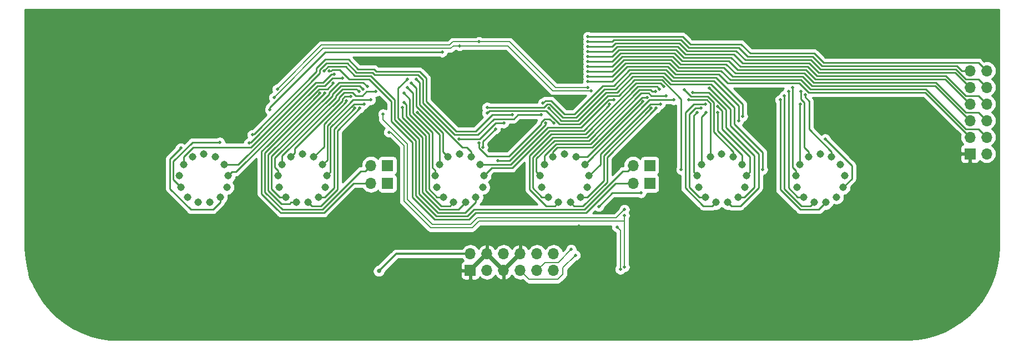
<source format=gbr>
G04 #@! TF.GenerationSoftware,KiCad,Pcbnew,(5.1.0-0)*
G04 #@! TF.CreationDate,2019-05-10T01:21:28-05:00*
G04 #@! TF.ProjectId,IN-16,494e2d31-362e-46b6-9963-61645f706362,rev?*
G04 #@! TF.SameCoordinates,Original*
G04 #@! TF.FileFunction,Copper,L1,Top*
G04 #@! TF.FilePolarity,Positive*
%FSLAX46Y46*%
G04 Gerber Fmt 4.6, Leading zero omitted, Abs format (unit mm)*
G04 Created by KiCad (PCBNEW (5.1.0-0)) date 2019-05-10 01:21:28*
%MOMM*%
%LPD*%
G04 APERTURE LIST*
%ADD10C,1.137920*%
%ADD11O,1.700000X1.700000*%
%ADD12R,1.700000X1.700000*%
%ADD13C,0.800000*%
%ADD14C,6.400000*%
%ADD15C,0.508000*%
%ADD16C,0.635000*%
%ADD17C,0.254000*%
%ADD18C,0.635000*%
%ADD19C,0.304800*%
%ADD20C,0.203200*%
G04 APERTURE END LIST*
D10*
X98232120Y-104145560D03*
X105252680Y-104145560D03*
X101742400Y-99060480D03*
X104831040Y-100683540D03*
X105468580Y-102362480D03*
X98653760Y-100683540D03*
X102639020Y-106459500D03*
X100845780Y-106459500D03*
X99253200Y-105623840D03*
X98016220Y-102362480D03*
X104231600Y-105623840D03*
X99999960Y-99492280D03*
X103484840Y-99492280D03*
X113232120Y-104145560D03*
X120252680Y-104145560D03*
X116742400Y-99060480D03*
X119831040Y-100683540D03*
X120468580Y-102362480D03*
X113653760Y-100683540D03*
X117639020Y-106459500D03*
X115845780Y-106459500D03*
X114253200Y-105623840D03*
X113016220Y-102362480D03*
X119231600Y-105623840D03*
X114999960Y-99492280D03*
X118484840Y-99492280D03*
X137232120Y-104145560D03*
X144252680Y-104145560D03*
X140742400Y-99060480D03*
X143831040Y-100683540D03*
X144468580Y-102362480D03*
X137653760Y-100683540D03*
X141639020Y-106459500D03*
X139845780Y-106459500D03*
X138253200Y-105623840D03*
X137016220Y-102362480D03*
X143231600Y-105623840D03*
X138999960Y-99492280D03*
X142484840Y-99492280D03*
X153232120Y-104145560D03*
X160252680Y-104145560D03*
X156742400Y-99060480D03*
X159831040Y-100683540D03*
X160468580Y-102362480D03*
X153653760Y-100683540D03*
X157639020Y-106459500D03*
X155845780Y-106459500D03*
X154253200Y-105623840D03*
X153016220Y-102362480D03*
X159231600Y-105623840D03*
X154999960Y-99492280D03*
X158484840Y-99492280D03*
X177232120Y-104145560D03*
X184252680Y-104145560D03*
X180742400Y-99060480D03*
X183831040Y-100683540D03*
X184468580Y-102362480D03*
X177653760Y-100683540D03*
X181639020Y-106459500D03*
X179845780Y-106459500D03*
X178253200Y-105623840D03*
X177016220Y-102362480D03*
X183231600Y-105623840D03*
X178999960Y-99492280D03*
X182484840Y-99492280D03*
X192232120Y-104145560D03*
X199252680Y-104145560D03*
X195742400Y-99060480D03*
X198831040Y-100683540D03*
X199468580Y-102362480D03*
X192653760Y-100683540D03*
X196639020Y-106459500D03*
X194845780Y-106459500D03*
X193253200Y-105623840D03*
X192016220Y-102362480D03*
X198231600Y-105623840D03*
X193999960Y-99492280D03*
X197484840Y-99492280D03*
D11*
X221132400Y-86334600D03*
X218592400Y-86334600D03*
X221132400Y-88874600D03*
X218592400Y-88874600D03*
X221132400Y-91414600D03*
X218592400Y-91414600D03*
X221132400Y-93954600D03*
X218592400Y-93954600D03*
X221132400Y-96494600D03*
X218592400Y-96494600D03*
X221132400Y-99034600D03*
D12*
X218592400Y-99034600D03*
D11*
X155067000Y-114300000D03*
X155067000Y-116840000D03*
X152527000Y-114300000D03*
X152527000Y-116840000D03*
X149987000Y-114300000D03*
X149987000Y-116840000D03*
X147447000Y-114300000D03*
X147447000Y-116840000D03*
X144907000Y-114300000D03*
X144907000Y-116840000D03*
X142367000Y-114300000D03*
D12*
X142367000Y-116840000D03*
D13*
X79802056Y-115142944D03*
X78105000Y-114440000D03*
X76407944Y-115142944D03*
X75705000Y-116840000D03*
X76407944Y-118537056D03*
X78105000Y-119240000D03*
X79802056Y-118537056D03*
X80505000Y-116840000D03*
D14*
X78105000Y-116840000D03*
D13*
X221026056Y-115142944D03*
X219329000Y-114440000D03*
X217631944Y-115142944D03*
X216929000Y-116840000D03*
X217631944Y-118537056D03*
X219329000Y-119240000D03*
X221026056Y-118537056D03*
X221729000Y-116840000D03*
D14*
X219329000Y-116840000D03*
D13*
X79802056Y-78947944D03*
X78105000Y-78245000D03*
X76407944Y-78947944D03*
X75705000Y-80645000D03*
X76407944Y-82342056D03*
X78105000Y-83045000D03*
X79802056Y-82342056D03*
X80505000Y-80645000D03*
D14*
X78105000Y-80645000D03*
D13*
X221026056Y-78947944D03*
X219329000Y-78245000D03*
X217631944Y-78947944D03*
X216929000Y-80645000D03*
X217631944Y-82342056D03*
X219329000Y-83045000D03*
X221026056Y-82342056D03*
X221729000Y-80645000D03*
D14*
X219329000Y-80645000D03*
D11*
X167202400Y-103560000D03*
D12*
X169742400Y-103560000D03*
D11*
X127202400Y-103560000D03*
D12*
X129742400Y-103560000D03*
D11*
X167202400Y-100814600D03*
D12*
X169742400Y-100814600D03*
D11*
X127202400Y-100814600D03*
D12*
X129742400Y-100814600D03*
D15*
X98196400Y-98145600D03*
X121564400Y-86842600D03*
X121437400Y-88239600D03*
X122834400Y-87477600D03*
X127152400Y-90779600D03*
X126136400Y-91414600D03*
X127914400Y-89509600D03*
X125501400Y-92049600D03*
X126644400Y-88747600D03*
X126009400Y-89128600D03*
X125374400Y-89509600D03*
X124739400Y-92049600D03*
X124104400Y-90271600D03*
X123469400Y-90906600D03*
X134137400Y-87604600D03*
X133375400Y-88239600D03*
X132740400Y-87604600D03*
X132740400Y-88874600D03*
X132232400Y-89763600D03*
X132232400Y-91160600D03*
X131978400Y-91922600D03*
X134264400Y-92684600D03*
X163601400Y-91414600D03*
X164236400Y-90779600D03*
X173380400Y-90779600D03*
X171348400Y-91414600D03*
X172237400Y-90144600D03*
X170713400Y-92049600D03*
X171856400Y-88747600D03*
X171221400Y-89128600D03*
X170586400Y-89509600D03*
X169951400Y-92049600D03*
X169316400Y-90398600D03*
X168681400Y-91033600D03*
X175031400Y-89255600D03*
X175666400Y-90779600D03*
X176301400Y-89636600D03*
X176936400Y-92684600D03*
X177571400Y-92049600D03*
X178206400Y-91414600D03*
X178841400Y-89001600D03*
X178333400Y-92684600D03*
X180111400Y-91795600D03*
X180111400Y-92684600D03*
X192684400Y-91414600D03*
X189636400Y-90779600D03*
X190271400Y-90144600D03*
X190906400Y-89509600D03*
X191541400Y-88874600D03*
X192811400Y-89509600D03*
X193446400Y-90017600D03*
X111785400Y-92303600D03*
X138074400Y-83492100D03*
X158902400Y-110083600D03*
X170332400Y-111988600D03*
X138074400Y-85367100D03*
X158902400Y-121005600D03*
X173174900Y-97002600D03*
X109372400Y-102844600D03*
X112547400Y-87604600D03*
X128422400Y-105384600D03*
X128422400Y-110464600D03*
X172237400Y-102209600D03*
X188112400Y-102209600D03*
X161442400Y-78079600D03*
X135407400Y-78079600D03*
X117627400Y-81254600D03*
X148742400Y-80619600D03*
X123215400Y-97002600D03*
X138074400Y-89763600D03*
X145567400Y-106019600D03*
X149377400Y-102844600D03*
X146837400Y-97002600D03*
X148742400Y-96494600D03*
X158013400Y-92049600D03*
D16*
X128422400Y-116944600D03*
D15*
X168427400Y-105003600D03*
X161950400Y-107098855D03*
X140742400Y-82524600D03*
X112420400Y-90398600D03*
X160807400Y-89382600D03*
X143662400Y-81889600D03*
X112928400Y-89128600D03*
X160299400Y-88874600D03*
X164744400Y-110210600D03*
X165252400Y-116687600D03*
X165887400Y-108432600D03*
X165887400Y-116306600D03*
X129946400Y-95732600D03*
X120802400Y-86334600D03*
X120040400Y-86334600D03*
X120167400Y-89763600D03*
X119405400Y-89763600D03*
X157759400Y-113639600D03*
X158394400Y-114528600D03*
X196494400Y-96748600D03*
X129057400Y-92938600D03*
X165887400Y-107543600D03*
X104165400Y-97256600D03*
X183286400Y-93954600D03*
X144932400Y-91922600D03*
X174523400Y-101447600D03*
X144932400Y-92811600D03*
X144297400Y-98018600D03*
X146202400Y-95224600D03*
X140614400Y-96748600D03*
X147472400Y-94334600D03*
X109118400Y-96113600D03*
X148742400Y-93065600D03*
X183921400Y-93319600D03*
X153441400Y-91287600D03*
X186969400Y-101447600D03*
X154330400Y-92049600D03*
X146583400Y-100050600D03*
X153822400Y-94334600D03*
X143662400Y-97383600D03*
X155092400Y-94334600D03*
X108610400Y-97383600D03*
X153187400Y-93065600D03*
X160299400Y-81127600D03*
X160299400Y-81889600D03*
X160299400Y-82651600D03*
X160299400Y-83413600D03*
X160299400Y-84175600D03*
X160299400Y-84937600D03*
X160299400Y-85699600D03*
X160299400Y-86461600D03*
X160299400Y-87223600D03*
X160299400Y-87985600D03*
D17*
X104231600Y-106428470D02*
X104231600Y-105623840D01*
X99720400Y-107543600D02*
X103116470Y-107543600D01*
X103116470Y-107543600D02*
X104231600Y-106428470D01*
X96545400Y-104368600D02*
X99720400Y-107543600D01*
X96545400Y-99796600D02*
X96545400Y-104368600D01*
X98196400Y-98145600D02*
X96545400Y-99796600D01*
X118770400Y-88112600D02*
X119913400Y-88112600D01*
X119913400Y-88112600D02*
X121183400Y-86842600D01*
X108864400Y-98018600D02*
X118770400Y-88112600D01*
X100101400Y-98018600D02*
X108864400Y-98018600D01*
X98653760Y-99466240D02*
X100101400Y-98018600D01*
X98653760Y-100683540D02*
X98653760Y-99466240D01*
X121183400Y-86842600D02*
X121564400Y-86842600D01*
X106037539Y-101793521D02*
X106613479Y-101793521D01*
X105468580Y-102362480D02*
X106037539Y-101793521D01*
X106613479Y-101793521D02*
X119278400Y-89128600D01*
X119278400Y-89128600D02*
X120548400Y-89128600D01*
X121437400Y-88239600D02*
X120548400Y-89128600D01*
X104831040Y-100683540D02*
X106961460Y-100683540D01*
X106961460Y-100683540D02*
X119024400Y-88620600D01*
X119024400Y-88620600D02*
X120167400Y-88620600D01*
X120167400Y-88620600D02*
X121310400Y-87477600D01*
X121310400Y-87477600D02*
X122834400Y-87477600D01*
X119831040Y-100683540D02*
X120548400Y-99966180D01*
X120548400Y-99966180D02*
X120548400Y-94716600D01*
X120548400Y-94716600D02*
X124485400Y-90779600D01*
X127152400Y-90779600D02*
X124485400Y-90779600D01*
X120468580Y-102362480D02*
X121037539Y-101793521D01*
X121037539Y-101793521D02*
X121037539Y-94989461D01*
X121037539Y-94989461D02*
X124612400Y-91414600D01*
X124612400Y-91414600D02*
X126136400Y-91414600D01*
X113653760Y-100683540D02*
X113653760Y-99325240D01*
X113653760Y-99325240D02*
X122326400Y-90652600D01*
X122326400Y-90652600D02*
X122326400Y-90398600D01*
X122326400Y-90398600D02*
X123088400Y-89636600D01*
X123088400Y-89636600D02*
X124358400Y-89636600D01*
X124358400Y-89636600D02*
X124866400Y-90144600D01*
X124866400Y-90144600D02*
X125882400Y-90144600D01*
X125882400Y-90144600D02*
X126517400Y-89509600D01*
X126517400Y-89509600D02*
X127914400Y-89509600D01*
X122072400Y-95478600D02*
X125501400Y-92049600D01*
X122072400Y-104495600D02*
X122072400Y-95478600D01*
X118207979Y-107028459D02*
X119539541Y-107028459D01*
X119539541Y-107028459D02*
X122072400Y-104495600D01*
X117639020Y-106459500D02*
X118207979Y-107028459D01*
X125501400Y-92049600D02*
X125501400Y-92049600D01*
X115041150Y-106459500D02*
X114846050Y-106654600D01*
X115845780Y-106459500D02*
X115041150Y-106459500D01*
X114846050Y-106654600D02*
X113563400Y-106654600D01*
X113563400Y-106654600D02*
X111531400Y-104622600D01*
X111531400Y-104622600D02*
X111531400Y-99161600D01*
X111531400Y-99161600D02*
X120802400Y-89890600D01*
X120802400Y-89890600D02*
X120802400Y-89636600D01*
X120802400Y-89636600D02*
X122326400Y-88112600D01*
X126009400Y-88112600D02*
X126644400Y-88747600D01*
X122326400Y-88112600D02*
X126009400Y-88112600D01*
X114253200Y-105623840D02*
X113294640Y-105623840D01*
X113294640Y-105623840D02*
X112039400Y-104368600D01*
X112039400Y-104368600D02*
X112039400Y-99415600D01*
X112039400Y-99415600D02*
X121310400Y-90144600D01*
X121310400Y-90144600D02*
X121310400Y-89890600D01*
X121310400Y-89890600D02*
X122580400Y-88620600D01*
X125501400Y-88620600D02*
X126009400Y-89128600D01*
X122580400Y-88620600D02*
X125501400Y-88620600D01*
X113016220Y-101557850D02*
X112547400Y-101089030D01*
X113016220Y-102362480D02*
X113016220Y-101557850D01*
X112547400Y-101089030D02*
X112547400Y-99669600D01*
X112547400Y-99669600D02*
X121818400Y-90398600D01*
X121818400Y-90398600D02*
X121818400Y-90144600D01*
X121818400Y-90144600D02*
X122834400Y-89128600D01*
X122834400Y-89128600D02*
X124993400Y-89128600D01*
X124993400Y-89128600D02*
X125374400Y-89509600D01*
X121564400Y-95224600D02*
X124739400Y-92049600D01*
X121564400Y-104241600D02*
X121564400Y-95224600D01*
X120182160Y-105623840D02*
X121564400Y-104241600D01*
X119231600Y-105623840D02*
X120182160Y-105623840D01*
X123215400Y-90271600D02*
X124104400Y-90271600D01*
X115568919Y-98923321D02*
X115568919Y-98172081D01*
X122834400Y-90652600D02*
X123215400Y-90271600D01*
X122834400Y-90906600D02*
X122834400Y-90652600D01*
X115568919Y-98172081D02*
X122834400Y-90906600D01*
X114999960Y-99492280D02*
X115568919Y-98923321D01*
X118484840Y-99492280D02*
X120040400Y-97936720D01*
X120040400Y-97936720D02*
X120040400Y-94462600D01*
X123469400Y-91033600D02*
X123469400Y-90906600D01*
X120040400Y-94462600D02*
X123469400Y-91033600D01*
X134645400Y-91541600D02*
X134645400Y-88900000D01*
X141815790Y-98018600D02*
X141122400Y-98018600D01*
X141122400Y-98018600D02*
X134645400Y-91541600D01*
X142484840Y-98687650D02*
X141815790Y-98018600D01*
X142484840Y-99492280D02*
X142484840Y-98687650D01*
X134645400Y-88112600D02*
X134137400Y-87604600D01*
X134645400Y-88900000D02*
X134645400Y-88112600D01*
X134137400Y-91795600D02*
X134137400Y-90170000D01*
X138201400Y-95859600D02*
X134137400Y-91795600D01*
X138201400Y-98693720D02*
X138201400Y-95859600D01*
X138999960Y-99492280D02*
X138201400Y-98693720D01*
X134137400Y-89001600D02*
X133375400Y-88239600D01*
X134137400Y-90170000D02*
X134137400Y-89001600D01*
X143231600Y-106428470D02*
X141608470Y-108051600D01*
X143231600Y-105623840D02*
X143231600Y-106428470D01*
X141608470Y-108051600D02*
X137439400Y-108051600D01*
X137439400Y-108051600D02*
X134518400Y-105130600D01*
X134518400Y-105130600D02*
X134518400Y-96748600D01*
X134518400Y-96748600D02*
X131343400Y-93573600D01*
X131343400Y-93573600D02*
X131343400Y-89001600D01*
X132740400Y-87604600D02*
X131343400Y-89001600D01*
X133603995Y-89738195D02*
X132740400Y-88874600D01*
X133603995Y-92786195D02*
X133603995Y-89738195D01*
X136550400Y-101092030D02*
X136550400Y-95732600D01*
X137016220Y-102362480D02*
X137016220Y-101557850D01*
X137016220Y-101557850D02*
X136550400Y-101092030D01*
X133603995Y-92786195D02*
X136550400Y-95732600D01*
X138253200Y-105623840D02*
X137297640Y-105623840D01*
X137297640Y-105623840D02*
X136042400Y-104368600D01*
X136042400Y-104368600D02*
X136042400Y-95986600D01*
X136042400Y-95986600D02*
X133121400Y-93065600D01*
X133121400Y-90652600D02*
X132232400Y-89763600D01*
X133121400Y-93065600D02*
X133121400Y-90652600D01*
X139276821Y-107028459D02*
X137940259Y-107028459D01*
X139845780Y-106459500D02*
X139276821Y-107028459D01*
X137940259Y-107028459D02*
X135534400Y-104622600D01*
X135534400Y-104622600D02*
X135534400Y-96240600D01*
X135534400Y-96240600D02*
X132613400Y-93319600D01*
X132613400Y-91541600D02*
X132232400Y-91160600D01*
X132613400Y-93319600D02*
X132613400Y-91541600D01*
X140554920Y-107543600D02*
X141639020Y-106459500D01*
X135026400Y-96494600D02*
X135026400Y-104876600D01*
X131978400Y-93446600D02*
X135026400Y-96494600D01*
X137693400Y-107543600D02*
X140554920Y-107543600D01*
X135026400Y-104876600D02*
X137693400Y-107543600D01*
X131978400Y-91922600D02*
X131978400Y-93446600D01*
X137653760Y-96073960D02*
X134264400Y-92684600D01*
X137653760Y-100683540D02*
X137653760Y-96073960D01*
X154457400Y-95478600D02*
X159664400Y-95478600D01*
X163601400Y-91541600D02*
X163601400Y-91414600D01*
X159664400Y-95478600D02*
X163601400Y-91541600D01*
X144468580Y-102362480D02*
X145637460Y-101193600D01*
X145637460Y-101193600D02*
X148742400Y-101193600D01*
X148742400Y-101193600D02*
X154457400Y-95478600D01*
X143831040Y-100683540D02*
X148490460Y-100683540D01*
X148490460Y-100683540D02*
X154203400Y-94970600D01*
X154203400Y-94970600D02*
X159283400Y-94970600D01*
X163474400Y-90779600D02*
X164236400Y-90779600D01*
X159283400Y-94970600D02*
X163474400Y-90779600D01*
X159831040Y-100683540D02*
X169734980Y-90779600D01*
X169734980Y-90779600D02*
X173380400Y-90779600D01*
X169824400Y-91414600D02*
X162204400Y-99034600D01*
X162204400Y-100626660D02*
X160468580Y-102362480D01*
X162204400Y-99034600D02*
X162204400Y-100626660D01*
X171348400Y-91414600D02*
X169824400Y-91414600D01*
X153653760Y-100683540D02*
X153653760Y-99330240D01*
X153653760Y-99330240D02*
X155473400Y-97510600D01*
X155473400Y-97510600D02*
X160680400Y-97510600D01*
X160680400Y-97510600D02*
X168427400Y-89763600D01*
X168427400Y-89763600D02*
X169570400Y-89763600D01*
X169570400Y-89763600D02*
X169951400Y-90144600D01*
X169951400Y-90144600D02*
X172237400Y-90144600D01*
X158207979Y-107028459D02*
X159544541Y-107028459D01*
X157639020Y-106459500D02*
X158207979Y-107028459D01*
X159544541Y-107028459D02*
X163220400Y-103352600D01*
X163220400Y-103352600D02*
X163220400Y-99542600D01*
X163220400Y-99542600D02*
X170713400Y-92049600D01*
X170713400Y-92049600D02*
X170713400Y-92049600D01*
X155276821Y-107028459D02*
X153942259Y-107028459D01*
X155845780Y-106459500D02*
X155276821Y-107028459D01*
X153942259Y-107028459D02*
X151409400Y-104495600D01*
X151409400Y-104495600D02*
X151409400Y-99288600D01*
X151409400Y-99288600D02*
X154711400Y-95986600D01*
X154711400Y-95986600D02*
X159918400Y-95986600D01*
X159918400Y-95986600D02*
X167665400Y-88239600D01*
X171348400Y-88239600D02*
X171856400Y-88747600D01*
X167665400Y-88239600D02*
X171348400Y-88239600D01*
X154253200Y-105623840D02*
X153299640Y-105623840D01*
X153299640Y-105623840D02*
X151917400Y-104241600D01*
X151917400Y-104241600D02*
X151917400Y-99542600D01*
X151917400Y-99542600D02*
X154965400Y-96494600D01*
X154965400Y-96494600D02*
X160172400Y-96494600D01*
X160172400Y-96494600D02*
X167919400Y-88747600D01*
X170840400Y-88747600D02*
X171221400Y-89128600D01*
X167919400Y-88747600D02*
X170840400Y-88747600D01*
X152447261Y-101793521D02*
X152447261Y-99774739D01*
X153016220Y-102362480D02*
X152447261Y-101793521D01*
X152447261Y-99774739D02*
X155219400Y-97002600D01*
X155219400Y-97002600D02*
X160426400Y-97002600D01*
X160426400Y-97002600D02*
X168173400Y-89255600D01*
X168173400Y-89255600D02*
X169824400Y-89255600D01*
X170078400Y-89509600D02*
X170586400Y-89509600D01*
X169824400Y-89255600D02*
X170078400Y-89509600D01*
X159231600Y-105623840D02*
X160187160Y-105623840D01*
X160187160Y-105623840D02*
X162712400Y-103098600D01*
X162712400Y-99288600D02*
X169951400Y-92049600D01*
X162712400Y-103098600D02*
X162712400Y-99288600D01*
X154999960Y-98687650D02*
X155669010Y-98018600D01*
X154999960Y-99492280D02*
X154999960Y-98687650D01*
X155669010Y-98018600D02*
X160934400Y-98018600D01*
X168554400Y-90398600D02*
X169316400Y-90398600D01*
X160934400Y-98018600D02*
X168554400Y-90398600D01*
X158484840Y-99492280D02*
X160222720Y-99492280D01*
X160222720Y-99492280D02*
X168681400Y-91033600D01*
X182484840Y-98687650D02*
X179476400Y-95679210D01*
X182484840Y-99492280D02*
X182484840Y-98687650D01*
X179476400Y-95679210D02*
X179476400Y-91160600D01*
X179476400Y-91160600D02*
X178587400Y-90271600D01*
X176047400Y-90271600D02*
X175031400Y-89255600D01*
X178587400Y-90271600D02*
X176047400Y-90271600D01*
X178999960Y-91319160D02*
X178999960Y-99492280D01*
X178460400Y-90779600D02*
X178999960Y-91319160D01*
X175666400Y-90779600D02*
X178460400Y-90779600D01*
X184190160Y-105623840D02*
X185699400Y-104114600D01*
X183231600Y-105623840D02*
X184190160Y-105623840D01*
X181381400Y-94970600D02*
X185699400Y-99288600D01*
X185699400Y-104114600D02*
X185699400Y-99288600D01*
X181381400Y-92303600D02*
X181381400Y-94970600D01*
X176301400Y-89636600D02*
X178714400Y-89636600D01*
X178714400Y-89636600D02*
X181381400Y-92303600D01*
X176447261Y-93173739D02*
X176936400Y-92684600D01*
X176447261Y-101793521D02*
X176447261Y-93173739D01*
X177016220Y-102362480D02*
X176447261Y-101793521D01*
X178253200Y-105623840D02*
X177302640Y-105623840D01*
X177302640Y-105623840D02*
X175793400Y-104114600D01*
X175793400Y-104114600D02*
X175793400Y-93980000D01*
X175793400Y-93980000D02*
X175793400Y-92938600D01*
X176682400Y-92049600D02*
X177571400Y-92049600D01*
X175793400Y-92938600D02*
X176682400Y-92049600D01*
X179276821Y-107028459D02*
X177945259Y-107028459D01*
X179845780Y-106459500D02*
X179276821Y-107028459D01*
X177945259Y-107028459D02*
X175158400Y-104241600D01*
X175158400Y-104241600D02*
X175158400Y-93980000D01*
X175158400Y-93980000D02*
X175158400Y-92684600D01*
X175158400Y-92684600D02*
X176428400Y-91414600D01*
X176428400Y-91414600D02*
X178206400Y-91414600D01*
X183547541Y-107028459D02*
X186334400Y-104241600D01*
X182207979Y-107028459D02*
X183547541Y-107028459D01*
X181639020Y-106459500D02*
X182207979Y-107028459D01*
X182016400Y-94716600D02*
X186334400Y-99034600D01*
X178841400Y-89001600D02*
X182016400Y-92176600D01*
X182016400Y-92176600D02*
X182016400Y-94716600D01*
X186334400Y-104241600D02*
X186334400Y-99034600D01*
X177653760Y-100683540D02*
X177653760Y-93745240D01*
X177653760Y-93364240D02*
X178333400Y-92684600D01*
X177653760Y-93745240D02*
X177653760Y-93364240D01*
X185037539Y-101793521D02*
X184468580Y-102362480D01*
X180111400Y-91795600D02*
X180746400Y-92430600D01*
X180746400Y-92430600D02*
X180746400Y-95224600D01*
X180746400Y-95224600D02*
X185037539Y-99515739D01*
X185037539Y-99515739D02*
X185037539Y-101793521D01*
X183831040Y-99198240D02*
X183831040Y-100683540D01*
X180111400Y-92684600D02*
X180111400Y-95478600D01*
X183831040Y-99198240D02*
X180111400Y-95478600D01*
X192653760Y-91445240D02*
X192684400Y-91414600D01*
X192653760Y-100683540D02*
X192653760Y-91445240D01*
X196639020Y-106459500D02*
X195554920Y-107543600D01*
X195554920Y-107543600D02*
X192684400Y-107543600D01*
X189636400Y-104495600D02*
X189636400Y-90779600D01*
X192684400Y-107543600D02*
X189636400Y-104495600D01*
X194276821Y-107028459D02*
X192931259Y-107028459D01*
X194845780Y-106459500D02*
X194276821Y-107028459D01*
X190271400Y-104368600D02*
X190271400Y-90144600D01*
X192931259Y-107028459D02*
X190271400Y-104368600D01*
X193253200Y-105623840D02*
X192288640Y-105623840D01*
X190906400Y-104241600D02*
X190906400Y-89509600D01*
X192288640Y-105623840D02*
X190906400Y-104241600D01*
X192016220Y-101557850D02*
X191541400Y-101083030D01*
X192016220Y-102362480D02*
X192016220Y-101557850D01*
X191541400Y-101083030D02*
X191541400Y-88874600D01*
X193999960Y-98687650D02*
X193319400Y-98007090D01*
X193999960Y-99492280D02*
X193999960Y-98687650D01*
X192811400Y-89509600D02*
X192811400Y-90652600D01*
X192811400Y-90652600D02*
X193319400Y-91160600D01*
X193319400Y-98007090D02*
X193319400Y-91160600D01*
X194081400Y-91011810D02*
X193446400Y-90376810D01*
X194081400Y-95284210D02*
X194081400Y-91011810D01*
X197484840Y-98687650D02*
X194081400Y-95284210D01*
X193446400Y-90376810D02*
X193446400Y-90017600D01*
X197484840Y-99492280D02*
X197484840Y-98687650D01*
X111785400Y-92303600D02*
X111785400Y-91922600D01*
X120215900Y-83492100D02*
X138074400Y-83492100D01*
X111785400Y-91922600D02*
X120215900Y-83492100D01*
D18*
X144907000Y-114300000D02*
X147447000Y-116840000D01*
X142367000Y-116840000D02*
X144907000Y-114300000D01*
X149987000Y-114300000D02*
X147447000Y-116840000D01*
D19*
X142367000Y-114300000D02*
X131067000Y-114300000D01*
X131067000Y-114300000D02*
X128422400Y-116944600D01*
D17*
X161950400Y-107098855D02*
X164045655Y-105003600D01*
X164045655Y-105003600D02*
X168427400Y-105003600D01*
D20*
X139792400Y-82524600D02*
X139411400Y-82905600D01*
X140742400Y-82524600D02*
X139792400Y-82524600D01*
X139411400Y-82905600D02*
X119913400Y-82905600D01*
X119913400Y-82905600D02*
X112420400Y-90398600D01*
X148107400Y-82524600D02*
X140742400Y-82524600D01*
X154965400Y-89382600D02*
X148107400Y-82524600D01*
X160807400Y-89382600D02*
X154965400Y-89382600D01*
X143662400Y-81889600D02*
X139725400Y-81889600D01*
X139725400Y-81889600D02*
X139217400Y-82397600D01*
X139217400Y-82397600D02*
X119659400Y-82397600D01*
X119659400Y-82397600D02*
X112928400Y-89128600D01*
X148361400Y-81889600D02*
X143662400Y-81889600D01*
X155346400Y-88874600D02*
X148361400Y-81889600D01*
X160299400Y-88874600D02*
X155346400Y-88874600D01*
X165252400Y-110718600D02*
X164744400Y-110210600D01*
X165252400Y-116687600D02*
X165252400Y-110718600D01*
X165887400Y-109321600D02*
X165887400Y-108432600D01*
X165887400Y-116306600D02*
X165887400Y-109321600D01*
X130200400Y-95732600D02*
X129946400Y-95732600D01*
X132232400Y-97764600D02*
X130200400Y-95732600D01*
X132232400Y-106273600D02*
X132232400Y-97764600D01*
X136296400Y-110337600D02*
X132232400Y-106273600D01*
X142646400Y-110337600D02*
X136296400Y-110337600D01*
X143662400Y-109321600D02*
X142646400Y-110337600D01*
X165887400Y-109321600D02*
X143662400Y-109321600D01*
D17*
X160045400Y-108051600D02*
X164537000Y-103560000D01*
X164537000Y-103560000D02*
X167202400Y-103560000D01*
X143154400Y-108051600D02*
X160045400Y-108051600D01*
X133502400Y-105638600D02*
X136931400Y-109067600D01*
X121288610Y-86207600D02*
X122453400Y-86207600D01*
X133502400Y-97256600D02*
X133502400Y-105638600D01*
X130327400Y-91033600D02*
X130327400Y-94081600D01*
X126898400Y-87604600D02*
X130327400Y-91033600D01*
X123850400Y-87604600D02*
X126898400Y-87604600D01*
X142138400Y-109067600D02*
X143154400Y-108051600D01*
X136931400Y-109067600D02*
X142138400Y-109067600D01*
X122453400Y-86207600D02*
X123850400Y-87604600D01*
X130327400Y-94081600D02*
X133502400Y-97256600D01*
X121161610Y-86334600D02*
X121288610Y-86207600D01*
X120802400Y-86334600D02*
X121161610Y-86334600D01*
X166352401Y-101664599D02*
X165670401Y-101664599D01*
X167202400Y-100814600D02*
X166352401Y-101664599D01*
X165670401Y-101664599D02*
X159791400Y-107543600D01*
X159791400Y-107543600D02*
X142900400Y-107543600D01*
X142900400Y-107543600D02*
X141884400Y-108559600D01*
X141884400Y-108559600D02*
X137185400Y-108559600D01*
X137185400Y-108559600D02*
X134010400Y-105384600D01*
X134010400Y-105384600D02*
X134010400Y-97002600D01*
X134010400Y-97002600D02*
X130835400Y-93827600D01*
X130835400Y-93827600D02*
X130835400Y-90779600D01*
X130835400Y-90779600D02*
X127152400Y-87096600D01*
X127152400Y-87096600D02*
X124739400Y-87096600D01*
X120040400Y-86334600D02*
X120675400Y-85699600D01*
X120675400Y-85699600D02*
X123342400Y-85699600D01*
X124739400Y-87096600D02*
X123342400Y-85699600D01*
X126352401Y-101664599D02*
X125665401Y-101664599D01*
X127202400Y-100814600D02*
X126352401Y-101664599D01*
X125665401Y-101664599D02*
X119786400Y-107543600D01*
X119786400Y-107543600D02*
X113690400Y-107543600D01*
X113690400Y-107543600D02*
X111023400Y-104876600D01*
X111023400Y-104876600D02*
X111023400Y-98907600D01*
X111023400Y-98907600D02*
X120167400Y-89763600D01*
X127202400Y-103560000D02*
X124532000Y-103560000D01*
X124532000Y-103560000D02*
X120040400Y-108051600D01*
X120040400Y-108051600D02*
X113436400Y-108051600D01*
X113436400Y-108051600D02*
X112801400Y-107416600D01*
X112801400Y-107416600D02*
X110515400Y-105130600D01*
X110515400Y-105130600D02*
X110515400Y-98653600D01*
X110515400Y-98653600D02*
X111404400Y-97764600D01*
X111404400Y-97764600D02*
X119405400Y-89763600D01*
D20*
X153752001Y-115614999D02*
X155784001Y-115614999D01*
X152527000Y-116840000D02*
X153752001Y-115614999D01*
X155784001Y-115614999D02*
X157759400Y-113639600D01*
X149987000Y-116840000D02*
X151358600Y-118211600D01*
X151358600Y-118211600D02*
X155727400Y-118211600D01*
X155727400Y-118211600D02*
X156489400Y-117449600D01*
X156489400Y-116433600D02*
X158394400Y-114528600D01*
X156489400Y-117449600D02*
X156489400Y-116433600D01*
D17*
X199252680Y-104145560D02*
X200558400Y-102839840D01*
X200558400Y-100812600D02*
X196494400Y-96748600D01*
X200558400Y-102839840D02*
X200558400Y-100812600D01*
D20*
X132740400Y-97510600D02*
X129057400Y-93827600D01*
X136550400Y-109829600D02*
X132740400Y-106019600D01*
X142392400Y-109829600D02*
X136550400Y-109829600D01*
X129057400Y-93827600D02*
X129057400Y-92938600D01*
X132740400Y-106019600D02*
X132740400Y-97510600D01*
X143408400Y-108813600D02*
X142392400Y-109829600D01*
X164617400Y-108813600D02*
X143408400Y-108813600D01*
X165887400Y-107543600D02*
X164617400Y-108813600D01*
D17*
X98232120Y-104145560D02*
X97053400Y-102966840D01*
X97053400Y-100177600D02*
X99974400Y-97256600D01*
X99974400Y-97256600D02*
X104165400Y-97256600D01*
X97053400Y-102966840D02*
X97053400Y-100177600D01*
X183286400Y-93954600D02*
X183286400Y-91668600D01*
X164490400Y-89128600D02*
X162839400Y-89128600D01*
X183286400Y-91668600D02*
X179476400Y-87858600D01*
X166903400Y-86715600D02*
X164490400Y-89128600D01*
X173126400Y-87858600D02*
X171983400Y-86715600D01*
X179476400Y-87858600D02*
X173126400Y-87858600D01*
X171983400Y-86715600D02*
X166903400Y-86715600D01*
X162839400Y-89128600D02*
X160299400Y-91668600D01*
X160299400Y-91668600D02*
X158521400Y-93446600D01*
X158521400Y-93446600D02*
X156489400Y-93446600D01*
X156489400Y-93446600D02*
X154457400Y-91414600D01*
X154457400Y-91414600D02*
X154076400Y-91414600D01*
X154076400Y-91414600D02*
X153568400Y-91922600D01*
X153568400Y-91922600D02*
X144932400Y-91922600D01*
X174523400Y-101447600D02*
X174523400Y-90652600D01*
X164998400Y-90144600D02*
X163347400Y-90144600D01*
X171602400Y-87731600D02*
X167411400Y-87731600D01*
X174523400Y-90652600D02*
X171602400Y-87731600D01*
X167411400Y-87731600D02*
X164998400Y-90144600D01*
X163347400Y-90144600D02*
X159791400Y-93700600D01*
X159791400Y-93700600D02*
X159029400Y-94462600D01*
X159029400Y-94462600D02*
X155981400Y-94462600D01*
X155981400Y-94462600D02*
X153949400Y-92430600D01*
X145313400Y-92430600D02*
X144932400Y-92811600D01*
X153949400Y-92430600D02*
X145313400Y-92430600D01*
X144297400Y-97129600D02*
X146202400Y-95224600D01*
X144297400Y-98018600D02*
X144297400Y-97129600D01*
X146203400Y-94334600D02*
X147472400Y-94334600D01*
X146203400Y-94334600D02*
X143789400Y-96748600D01*
X143789400Y-96748600D02*
X140614400Y-96748600D01*
X135661400Y-91033600D02*
X140233400Y-95605600D01*
X135661400Y-87477600D02*
X135661400Y-91033600D01*
X143154400Y-95605600D02*
X145694400Y-93065600D01*
X134645400Y-86461600D02*
X135661400Y-87477600D01*
X128041400Y-86461600D02*
X134645400Y-86461600D01*
X109372400Y-95986600D02*
X118897400Y-86461600D01*
X127660400Y-86080600D02*
X128041400Y-86461600D01*
X123786900Y-84620100D02*
X125247400Y-86080600D01*
X145694400Y-93065600D02*
X148742400Y-93065600D01*
X125247400Y-86080600D02*
X127660400Y-86080600D01*
X120230900Y-84620100D02*
X123786900Y-84620100D01*
X118897400Y-85953600D02*
X120230900Y-84620100D01*
X118897400Y-86461600D02*
X118897400Y-85953600D01*
X140233400Y-95605600D02*
X143154400Y-95605600D01*
X109245400Y-95986600D02*
X109372400Y-95986600D01*
X109118400Y-96113600D02*
X109245400Y-95986600D01*
X173380400Y-87350600D02*
X172237400Y-86207600D01*
X172237400Y-86207600D02*
X166649400Y-86207600D01*
X166649400Y-86207600D02*
X164236400Y-88620600D01*
X164236400Y-88620600D02*
X162585400Y-88620600D01*
X183921400Y-93319600D02*
X183921400Y-91414600D01*
X179857400Y-87350600D02*
X173380400Y-87350600D01*
X183921400Y-91414600D02*
X179857400Y-87350600D01*
X162585400Y-88620600D02*
X158648400Y-92557600D01*
X158648400Y-92557600D02*
X158267400Y-92938600D01*
X158267400Y-92938600D02*
X156743400Y-92938600D01*
X156743400Y-92938600D02*
X154711400Y-90906600D01*
X154711400Y-90906600D02*
X153822400Y-90906600D01*
X153822400Y-90906600D02*
X153441400Y-91287600D01*
X186969400Y-98780600D02*
X182651400Y-94462600D01*
X171729400Y-87223600D02*
X167157400Y-87223600D01*
X179095400Y-88366600D02*
X172872400Y-88366600D01*
X172872400Y-88366600D02*
X171729400Y-87223600D01*
X182651400Y-91922600D02*
X179095400Y-88366600D01*
X186969400Y-101447600D02*
X186969400Y-98780600D01*
X167157400Y-87223600D02*
X164744400Y-89636600D01*
X164744400Y-89636600D02*
X163093400Y-89636600D01*
X182651400Y-94462600D02*
X182651400Y-91922600D01*
X163093400Y-89636600D02*
X161315400Y-91414600D01*
X161315400Y-91414600D02*
X158775400Y-93954600D01*
X158775400Y-93954600D02*
X156235400Y-93954600D01*
X156235400Y-93954600D02*
X154330400Y-92049600D01*
X146583400Y-100050600D02*
X148361400Y-100050600D01*
X153822400Y-94589600D02*
X153822400Y-94334600D01*
X148361400Y-100050600D02*
X153822400Y-94589600D01*
X143662400Y-97383600D02*
X143662400Y-98145600D01*
X143662400Y-98145600D02*
X144932400Y-99415600D01*
X144932400Y-99415600D02*
X148234400Y-99415600D01*
X148234400Y-99415600D02*
X153187400Y-94462600D01*
X153187400Y-94462600D02*
X153187400Y-94208600D01*
X153187400Y-94208600D02*
X153695400Y-93700600D01*
X154458400Y-93700600D02*
X155092400Y-94334600D01*
X153695400Y-93700600D02*
X154458400Y-93700600D01*
X108737400Y-97256600D02*
X108610400Y-97383600D01*
X108864400Y-97256600D02*
X108737400Y-97256600D01*
X119405400Y-86715600D02*
X108864400Y-97256600D01*
X119405400Y-86207600D02*
X119405400Y-86715600D01*
X120421400Y-85191600D02*
X119405400Y-86207600D01*
X135153400Y-91287600D02*
X135153400Y-87731600D01*
X127787400Y-86969600D02*
X127406400Y-86588600D01*
X127406400Y-86588600D02*
X124993400Y-86588600D01*
X139979400Y-96113600D02*
X135153400Y-91287600D01*
X135153400Y-87731600D02*
X134391400Y-86969600D01*
X124993400Y-86588600D02*
X123596400Y-85191600D01*
X134391400Y-86969600D02*
X127787400Y-86969600D01*
X123596400Y-85191600D02*
X120421400Y-85191600D01*
X143535400Y-96113600D02*
X145948400Y-93700600D01*
X139979400Y-96113600D02*
X143535400Y-96113600D01*
X149631400Y-93065600D02*
X148996400Y-93700600D01*
X153187400Y-93065600D02*
X149631400Y-93065600D01*
X148996400Y-93700600D02*
X145948400Y-93700600D01*
X175920400Y-82270600D02*
X174777400Y-81127600D01*
X174777400Y-81127600D02*
X165100000Y-81127600D01*
X165100000Y-81127600D02*
X163982400Y-81127600D01*
X163982400Y-81127600D02*
X160299400Y-81127600D01*
X185064400Y-83667600D02*
X183667400Y-82270600D01*
X194843400Y-83667600D02*
X185064400Y-83667600D01*
X183667400Y-82270600D02*
X175920400Y-82270600D01*
X196240400Y-85064600D02*
X194843400Y-83667600D01*
X221132400Y-86334600D02*
X219862400Y-85064600D01*
X219862400Y-85064600D02*
X196240400Y-85064600D01*
X164236400Y-81635600D02*
X163982400Y-81889600D01*
X174523400Y-81635600D02*
X164236400Y-81635600D01*
X163982400Y-81889600D02*
X160299400Y-81889600D01*
X175666400Y-82778600D02*
X174523400Y-81635600D01*
X195986400Y-85572600D02*
X194589400Y-84175600D01*
X184683400Y-84175600D02*
X183286400Y-82778600D01*
X216628319Y-85572600D02*
X195986400Y-85572600D01*
X194589400Y-84175600D02*
X184683400Y-84175600D01*
X217390319Y-86334600D02*
X216628319Y-85572600D01*
X218592400Y-86334600D02*
X217390319Y-86334600D01*
X183286400Y-82778600D02*
X175666400Y-82778600D01*
X174269400Y-82143600D02*
X175412400Y-83286600D01*
X163982400Y-82651600D02*
X164490400Y-82143600D01*
X164490400Y-82143600D02*
X174269400Y-82143600D01*
X160299400Y-82651600D02*
X163982400Y-82651600D01*
X194335400Y-84683600D02*
X184302400Y-84683600D01*
X195732400Y-86080600D02*
X194335400Y-84683600D01*
X216433400Y-86080600D02*
X195732400Y-86080600D01*
X219862400Y-87604600D02*
X217957400Y-87604600D01*
X217957400Y-87604600D02*
X216433400Y-86080600D01*
X221132400Y-88874600D02*
X219862400Y-87604600D01*
X184302400Y-84683600D02*
X182905400Y-83286600D01*
X175412400Y-83286600D02*
X182905400Y-83286600D01*
X164744400Y-82651600D02*
X174015400Y-82651600D01*
X174015400Y-82651600D02*
X175158400Y-83794600D01*
X163982400Y-83413600D02*
X164744400Y-82651600D01*
X160299400Y-83413600D02*
X163982400Y-83413600D01*
X183921400Y-85191600D02*
X182524400Y-83794600D01*
X175158400Y-83794600D02*
X182524400Y-83794600D01*
X195478400Y-86588600D02*
X194081400Y-85191600D01*
X194081400Y-85191600D02*
X183921400Y-85191600D01*
X216306400Y-86588600D02*
X195478400Y-86588600D01*
X218592400Y-88874600D02*
X216306400Y-86588600D01*
X163982400Y-84175600D02*
X164998400Y-83159600D01*
X164998400Y-83159600D02*
X173761400Y-83159600D01*
X173761400Y-83159600D02*
X174904400Y-84302600D01*
X160299400Y-84175600D02*
X163982400Y-84175600D01*
X183540400Y-85699600D02*
X182143400Y-84302600D01*
X193827400Y-85699600D02*
X183540400Y-85699600D01*
X195224400Y-87096600D02*
X193827400Y-85699600D01*
X221132400Y-91414600D02*
X219862400Y-90144600D01*
X214909400Y-87096600D02*
X195224400Y-87096600D01*
X217957400Y-90144600D02*
X214909400Y-87096600D01*
X219862400Y-90144600D02*
X217957400Y-90144600D01*
X174904400Y-84302600D02*
X182143400Y-84302600D01*
X173507400Y-83667600D02*
X174650400Y-84810600D01*
X165252400Y-83667600D02*
X173507400Y-83667600D01*
X163982400Y-84937600D02*
X165252400Y-83667600D01*
X160299400Y-84937600D02*
X163982400Y-84937600D01*
X183159400Y-86207600D02*
X181762400Y-84810600D01*
X193573400Y-86207600D02*
X183159400Y-86207600D01*
X174650400Y-84810600D02*
X181762400Y-84810600D01*
X194970400Y-87604600D02*
X193573400Y-86207600D01*
X214782400Y-87604600D02*
X194970400Y-87604600D01*
X218592400Y-91414600D02*
X214782400Y-87604600D01*
X173253400Y-84175600D02*
X174396400Y-85318600D01*
X165506400Y-84175600D02*
X173253400Y-84175600D01*
X163982400Y-85699600D02*
X165506400Y-84175600D01*
X160299400Y-85699600D02*
X163982400Y-85699600D01*
X182778400Y-86715600D02*
X181381400Y-85318600D01*
X193319400Y-86715600D02*
X182778400Y-86715600D01*
X194716400Y-88112600D02*
X193319400Y-86715600D01*
X213385400Y-88112600D02*
X194716400Y-88112600D01*
X217957400Y-92684600D02*
X213385400Y-88112600D01*
X174396400Y-85318600D02*
X181381400Y-85318600D01*
X221132400Y-93954600D02*
X219862400Y-92684600D01*
X219862400Y-92684600D02*
X217957400Y-92684600D01*
X172999400Y-84683600D02*
X174142400Y-85826600D01*
X163982400Y-86461600D02*
X165760400Y-84683600D01*
X165760400Y-84683600D02*
X172999400Y-84683600D01*
X160299400Y-86461600D02*
X163982400Y-86461600D01*
X182397400Y-87223600D02*
X181000400Y-85826600D01*
X193065400Y-87223600D02*
X182397400Y-87223600D01*
X194462400Y-88620600D02*
X193065400Y-87223600D01*
X218592400Y-93954600D02*
X213258400Y-88620600D01*
X213258400Y-88620600D02*
X194462400Y-88620600D01*
X174142400Y-85826600D02*
X181000400Y-85826600D01*
X163982400Y-87223600D02*
X166014400Y-85191600D01*
X166014400Y-85191600D02*
X172745400Y-85191600D01*
X172745400Y-85191600D02*
X173888400Y-86334600D01*
X160299400Y-87223600D02*
X163982400Y-87223600D01*
X192811400Y-87731600D02*
X182016400Y-87731600D01*
X182016400Y-87731600D02*
X180619400Y-86334600D01*
X194208400Y-89128600D02*
X192811400Y-87731600D01*
X217957400Y-95224600D02*
X211861400Y-89128600D01*
X219862400Y-95224600D02*
X217957400Y-95224600D01*
X221132400Y-96494600D02*
X219862400Y-95224600D01*
X211861400Y-89128600D02*
X194208400Y-89128600D01*
X173888400Y-86334600D02*
X180619400Y-86334600D01*
X166268400Y-85699600D02*
X172491400Y-85699600D01*
X163982400Y-87985600D02*
X166268400Y-85699600D01*
X172491400Y-85699600D02*
X173634400Y-86842600D01*
X160299400Y-87985600D02*
X163982400Y-87985600D01*
X181635400Y-88239600D02*
X180238400Y-86842600D01*
X192557400Y-88239600D02*
X181635400Y-88239600D01*
X211734400Y-89636600D02*
X193954400Y-89636600D01*
X193954400Y-89636600D02*
X192557400Y-88239600D01*
X218592400Y-96494600D02*
X211734400Y-89636600D01*
X173634400Y-86842600D02*
X180238400Y-86842600D01*
G36*
X223010801Y-113181036D02*
G01*
X222934264Y-114666232D01*
X222708390Y-116116930D01*
X222334585Y-117536738D01*
X221816817Y-118910595D01*
X221160576Y-120223940D01*
X220372804Y-121462878D01*
X219461848Y-122614281D01*
X218437367Y-123665940D01*
X217310207Y-124606723D01*
X216092315Y-125426656D01*
X214796591Y-126117056D01*
X213436763Y-126670607D01*
X212027236Y-127081447D01*
X210582937Y-127345222D01*
X209105099Y-127460234D01*
X208740992Y-127465000D01*
X88764706Y-127465000D01*
X87279568Y-127388466D01*
X85828870Y-127162592D01*
X84409062Y-126788787D01*
X83035206Y-126271019D01*
X81721860Y-125614777D01*
X80482922Y-124827005D01*
X79331518Y-123916049D01*
X78279859Y-122891569D01*
X77339078Y-121764409D01*
X76519144Y-120546516D01*
X75828744Y-119250791D01*
X75275193Y-117890964D01*
X74972010Y-116850787D01*
X127469900Y-116850787D01*
X127469900Y-117038413D01*
X127506504Y-117222434D01*
X127578305Y-117395778D01*
X127682545Y-117551784D01*
X127815216Y-117684455D01*
X127971222Y-117788695D01*
X128144566Y-117860496D01*
X128328587Y-117897100D01*
X128516213Y-117897100D01*
X128700234Y-117860496D01*
X128873578Y-117788695D01*
X129021285Y-117690000D01*
X140878928Y-117690000D01*
X140891188Y-117814482D01*
X140927498Y-117934180D01*
X140986463Y-118044494D01*
X141065815Y-118141185D01*
X141162506Y-118220537D01*
X141272820Y-118279502D01*
X141392518Y-118315812D01*
X141517000Y-118328072D01*
X142081250Y-118325000D01*
X142240000Y-118166250D01*
X142240000Y-116967000D01*
X141040750Y-116967000D01*
X140882000Y-117125750D01*
X140878928Y-117690000D01*
X129021285Y-117690000D01*
X129029584Y-117684455D01*
X129162255Y-117551784D01*
X129266495Y-117395778D01*
X129338296Y-117222434D01*
X129358205Y-117122345D01*
X131393152Y-115087400D01*
X141104051Y-115087400D01*
X141126294Y-115129014D01*
X141311866Y-115355134D01*
X141341687Y-115379607D01*
X141272820Y-115400498D01*
X141162506Y-115459463D01*
X141065815Y-115538815D01*
X140986463Y-115635506D01*
X140927498Y-115745820D01*
X140891188Y-115865518D01*
X140878928Y-115990000D01*
X140882000Y-116554250D01*
X141040750Y-116713000D01*
X142240000Y-116713000D01*
X142240000Y-116693000D01*
X142494000Y-116693000D01*
X142494000Y-116713000D01*
X142514000Y-116713000D01*
X142514000Y-116967000D01*
X142494000Y-116967000D01*
X142494000Y-118166250D01*
X142652750Y-118325000D01*
X143217000Y-118328072D01*
X143341482Y-118315812D01*
X143461180Y-118279502D01*
X143571494Y-118220537D01*
X143668185Y-118141185D01*
X143747537Y-118044494D01*
X143806502Y-117934180D01*
X143827393Y-117865313D01*
X143851866Y-117895134D01*
X144077986Y-118080706D01*
X144335966Y-118218599D01*
X144615889Y-118303513D01*
X144834050Y-118325000D01*
X144979950Y-118325000D01*
X145198111Y-118303513D01*
X145478034Y-118218599D01*
X145736014Y-118080706D01*
X145962134Y-117895134D01*
X146147706Y-117669014D01*
X146182201Y-117604477D01*
X146251822Y-117721355D01*
X146446731Y-117937588D01*
X146680080Y-118111641D01*
X146942901Y-118236825D01*
X147090110Y-118281476D01*
X147320000Y-118160155D01*
X147320000Y-116967000D01*
X147300000Y-116967000D01*
X147300000Y-116713000D01*
X147320000Y-116713000D01*
X147320000Y-116693000D01*
X147574000Y-116693000D01*
X147574000Y-116713000D01*
X147594000Y-116713000D01*
X147594000Y-116967000D01*
X147574000Y-116967000D01*
X147574000Y-118160155D01*
X147803890Y-118281476D01*
X147951099Y-118236825D01*
X148213920Y-118111641D01*
X148447269Y-117937588D01*
X148642178Y-117721355D01*
X148711799Y-117604477D01*
X148746294Y-117669014D01*
X148931866Y-117895134D01*
X149157986Y-118080706D01*
X149415966Y-118218599D01*
X149695889Y-118303513D01*
X149914050Y-118325000D01*
X150059950Y-118325000D01*
X150278111Y-118303513D01*
X150378386Y-118273095D01*
X150812154Y-118706863D01*
X150835225Y-118734975D01*
X150947387Y-118827024D01*
X151075351Y-118895422D01*
X151214201Y-118937542D01*
X151322414Y-118948200D01*
X151322423Y-118948200D01*
X151358599Y-118951763D01*
X151394775Y-118948200D01*
X155691217Y-118948200D01*
X155727400Y-118951764D01*
X155763583Y-118948200D01*
X155763586Y-118948200D01*
X155871799Y-118937542D01*
X156010649Y-118895422D01*
X156138613Y-118827024D01*
X156250775Y-118734975D01*
X156273845Y-118706864D01*
X156984673Y-117996037D01*
X157012774Y-117972975D01*
X157035837Y-117944873D01*
X157035842Y-117944868D01*
X157104824Y-117860813D01*
X157129588Y-117814482D01*
X157173222Y-117732849D01*
X157215342Y-117593999D01*
X157226000Y-117485786D01*
X157226000Y-117485785D01*
X157229564Y-117449600D01*
X157226000Y-117413414D01*
X157226000Y-116738709D01*
X158563287Y-115401423D01*
X158653712Y-115383436D01*
X158815499Y-115316421D01*
X158961104Y-115219131D01*
X159084931Y-115095304D01*
X159182221Y-114949699D01*
X159249236Y-114787912D01*
X159283400Y-114616159D01*
X159283400Y-114441041D01*
X159249236Y-114269288D01*
X159182221Y-114107501D01*
X159084931Y-113961896D01*
X158961104Y-113838069D01*
X158815499Y-113740779D01*
X158653712Y-113673764D01*
X158648400Y-113672707D01*
X158648400Y-113552041D01*
X158614236Y-113380288D01*
X158547221Y-113218501D01*
X158449931Y-113072896D01*
X158326104Y-112949069D01*
X158180499Y-112851779D01*
X158018712Y-112784764D01*
X157846959Y-112750600D01*
X157671841Y-112750600D01*
X157500088Y-112784764D01*
X157338301Y-112851779D01*
X157192696Y-112949069D01*
X157068869Y-113072896D01*
X156971579Y-113218501D01*
X156904564Y-113380288D01*
X156886577Y-113470713D01*
X156488127Y-113869163D01*
X156445599Y-113728966D01*
X156307706Y-113470986D01*
X156122134Y-113244866D01*
X155896014Y-113059294D01*
X155638034Y-112921401D01*
X155358111Y-112836487D01*
X155139950Y-112815000D01*
X154994050Y-112815000D01*
X154775889Y-112836487D01*
X154495966Y-112921401D01*
X154237986Y-113059294D01*
X154011866Y-113244866D01*
X153826294Y-113470986D01*
X153797000Y-113525791D01*
X153767706Y-113470986D01*
X153582134Y-113244866D01*
X153356014Y-113059294D01*
X153098034Y-112921401D01*
X152818111Y-112836487D01*
X152599950Y-112815000D01*
X152454050Y-112815000D01*
X152235889Y-112836487D01*
X151955966Y-112921401D01*
X151697986Y-113059294D01*
X151471866Y-113244866D01*
X151286294Y-113470986D01*
X151251799Y-113535523D01*
X151182178Y-113418645D01*
X150987269Y-113202412D01*
X150753920Y-113028359D01*
X150491099Y-112903175D01*
X150343890Y-112858524D01*
X150114000Y-112979845D01*
X150114000Y-114173000D01*
X150134000Y-114173000D01*
X150134000Y-114427000D01*
X150114000Y-114427000D01*
X150114000Y-114447000D01*
X149860000Y-114447000D01*
X149860000Y-114427000D01*
X149840000Y-114427000D01*
X149840000Y-114173000D01*
X149860000Y-114173000D01*
X149860000Y-112979845D01*
X149630110Y-112858524D01*
X149482901Y-112903175D01*
X149220080Y-113028359D01*
X148986731Y-113202412D01*
X148791822Y-113418645D01*
X148722201Y-113535523D01*
X148687706Y-113470986D01*
X148502134Y-113244866D01*
X148276014Y-113059294D01*
X148018034Y-112921401D01*
X147738111Y-112836487D01*
X147519950Y-112815000D01*
X147374050Y-112815000D01*
X147155889Y-112836487D01*
X146875966Y-112921401D01*
X146617986Y-113059294D01*
X146391866Y-113244866D01*
X146206294Y-113470986D01*
X146171799Y-113535523D01*
X146102178Y-113418645D01*
X145907269Y-113202412D01*
X145673920Y-113028359D01*
X145411099Y-112903175D01*
X145263890Y-112858524D01*
X145034000Y-112979845D01*
X145034000Y-114173000D01*
X145054000Y-114173000D01*
X145054000Y-114427000D01*
X145034000Y-114427000D01*
X145034000Y-114447000D01*
X144780000Y-114447000D01*
X144780000Y-114427000D01*
X144760000Y-114427000D01*
X144760000Y-114173000D01*
X144780000Y-114173000D01*
X144780000Y-112979845D01*
X144550110Y-112858524D01*
X144402901Y-112903175D01*
X144140080Y-113028359D01*
X143906731Y-113202412D01*
X143711822Y-113418645D01*
X143642201Y-113535523D01*
X143607706Y-113470986D01*
X143422134Y-113244866D01*
X143196014Y-113059294D01*
X142938034Y-112921401D01*
X142658111Y-112836487D01*
X142439950Y-112815000D01*
X142294050Y-112815000D01*
X142075889Y-112836487D01*
X141795966Y-112921401D01*
X141537986Y-113059294D01*
X141311866Y-113244866D01*
X141126294Y-113470986D01*
X141104051Y-113512600D01*
X131105662Y-113512600D01*
X131066999Y-113508792D01*
X131028336Y-113512600D01*
X131028327Y-113512600D01*
X130912643Y-113523994D01*
X130764217Y-113569018D01*
X130627428Y-113642134D01*
X130627426Y-113642135D01*
X130627427Y-113642135D01*
X130537569Y-113715879D01*
X130537567Y-113715881D01*
X130507531Y-113740531D01*
X130482881Y-113770567D01*
X128244655Y-116008795D01*
X128144566Y-116028704D01*
X127971222Y-116100505D01*
X127815216Y-116204745D01*
X127682545Y-116337416D01*
X127578305Y-116493422D01*
X127506504Y-116666766D01*
X127469900Y-116850787D01*
X74972010Y-116850787D01*
X74864351Y-116481428D01*
X74600577Y-115037145D01*
X74485566Y-113559299D01*
X74480800Y-113195192D01*
X74480800Y-99796600D01*
X95779714Y-99796600D01*
X95783400Y-99834023D01*
X95783401Y-104331167D01*
X95779714Y-104368600D01*
X95794427Y-104517978D01*
X95837999Y-104661615D01*
X95908755Y-104793992D01*
X95973486Y-104872866D01*
X96003979Y-104910022D01*
X96033049Y-104933879D01*
X99155121Y-108055952D01*
X99178978Y-108085022D01*
X99295008Y-108180245D01*
X99427385Y-108251002D01*
X99571022Y-108294574D01*
X99682974Y-108305600D01*
X99682976Y-108305600D01*
X99720399Y-108309286D01*
X99757822Y-108305600D01*
X103079047Y-108305600D01*
X103116470Y-108309286D01*
X103153893Y-108305600D01*
X103153896Y-108305600D01*
X103265848Y-108294574D01*
X103409485Y-108251002D01*
X103541862Y-108180245D01*
X103657892Y-108085022D01*
X103681754Y-108055946D01*
X104743953Y-106993748D01*
X104773022Y-106969892D01*
X104800372Y-106936566D01*
X104868245Y-106853863D01*
X104920671Y-106755779D01*
X104939002Y-106721485D01*
X104982574Y-106577848D01*
X104983397Y-106569495D01*
X104999079Y-106559016D01*
X105166776Y-106391319D01*
X105298535Y-106194129D01*
X105389292Y-105975022D01*
X105435560Y-105742420D01*
X105435560Y-105505260D01*
X105403313Y-105343144D01*
X105603862Y-105303252D01*
X105822969Y-105212495D01*
X106020159Y-105080736D01*
X106187856Y-104913039D01*
X106319615Y-104715849D01*
X106410372Y-104496742D01*
X106456640Y-104264140D01*
X106456640Y-104026980D01*
X106410372Y-103794378D01*
X106319615Y-103575271D01*
X106187856Y-103378081D01*
X106158952Y-103349177D01*
X106236059Y-103297656D01*
X106403756Y-103129959D01*
X106535515Y-102932769D01*
X106626272Y-102713662D01*
X106657865Y-102554836D01*
X106762857Y-102544495D01*
X106906494Y-102500923D01*
X107038871Y-102430166D01*
X107154901Y-102334943D01*
X107178763Y-102305867D01*
X109753401Y-99731229D01*
X109753400Y-105093177D01*
X109749714Y-105130600D01*
X109753400Y-105168023D01*
X109753400Y-105168025D01*
X109764426Y-105279977D01*
X109807998Y-105423614D01*
X109821888Y-105449600D01*
X109878755Y-105555992D01*
X109903722Y-105586414D01*
X109973978Y-105672022D01*
X110003054Y-105695884D01*
X112289048Y-107981879D01*
X112289054Y-107981884D01*
X112871116Y-108563946D01*
X112894978Y-108593022D01*
X112954912Y-108642208D01*
X113011007Y-108688245D01*
X113081764Y-108726065D01*
X113143385Y-108759002D01*
X113287022Y-108802574D01*
X113398974Y-108813600D01*
X113398977Y-108813600D01*
X113436400Y-108817286D01*
X113473823Y-108813600D01*
X120002977Y-108813600D01*
X120040400Y-108817286D01*
X120077823Y-108813600D01*
X120077826Y-108813600D01*
X120189778Y-108802574D01*
X120333415Y-108759002D01*
X120465792Y-108688245D01*
X120581822Y-108593022D01*
X120605684Y-108563946D01*
X124847630Y-104322000D01*
X125925874Y-104322000D01*
X125961694Y-104389014D01*
X126147266Y-104615134D01*
X126373386Y-104800706D01*
X126631366Y-104938599D01*
X126911289Y-105023513D01*
X127129450Y-105045000D01*
X127275350Y-105045000D01*
X127493511Y-105023513D01*
X127773434Y-104938599D01*
X128031414Y-104800706D01*
X128257534Y-104615134D01*
X128282007Y-104585313D01*
X128302898Y-104654180D01*
X128361863Y-104764494D01*
X128441215Y-104861185D01*
X128537906Y-104940537D01*
X128648220Y-104999502D01*
X128767918Y-105035812D01*
X128892400Y-105048072D01*
X130592400Y-105048072D01*
X130716882Y-105035812D01*
X130836580Y-104999502D01*
X130946894Y-104940537D01*
X131043585Y-104861185D01*
X131122937Y-104764494D01*
X131181902Y-104654180D01*
X131218212Y-104534482D01*
X131230472Y-104410000D01*
X131230472Y-102710000D01*
X131218212Y-102585518D01*
X131181902Y-102465820D01*
X131122937Y-102355506D01*
X131043585Y-102258815D01*
X130956443Y-102187300D01*
X131043585Y-102115785D01*
X131122937Y-102019094D01*
X131181902Y-101908780D01*
X131218212Y-101789082D01*
X131230472Y-101664600D01*
X131230472Y-99964600D01*
X131218212Y-99840118D01*
X131181902Y-99720420D01*
X131122937Y-99610106D01*
X131043585Y-99513415D01*
X130946894Y-99434063D01*
X130836580Y-99375098D01*
X130716882Y-99338788D01*
X130592400Y-99326528D01*
X128892400Y-99326528D01*
X128767918Y-99338788D01*
X128648220Y-99375098D01*
X128537906Y-99434063D01*
X128441215Y-99513415D01*
X128361863Y-99610106D01*
X128302898Y-99720420D01*
X128282007Y-99789287D01*
X128257534Y-99759466D01*
X128031414Y-99573894D01*
X127773434Y-99436001D01*
X127493511Y-99351087D01*
X127275350Y-99329600D01*
X127129450Y-99329600D01*
X126911289Y-99351087D01*
X126631366Y-99436001D01*
X126373386Y-99573894D01*
X126147266Y-99759466D01*
X125961694Y-99985586D01*
X125823801Y-100243566D01*
X125738887Y-100523489D01*
X125710215Y-100814600D01*
X125718882Y-100902599D01*
X125702824Y-100902599D01*
X125665401Y-100898913D01*
X125627978Y-100902599D01*
X125627975Y-100902599D01*
X125516023Y-100913625D01*
X125372386Y-100957197D01*
X125359698Y-100963979D01*
X125240008Y-101027954D01*
X125210645Y-101052052D01*
X125123979Y-101123177D01*
X125100122Y-101152247D01*
X122834400Y-103417969D01*
X122834400Y-95794230D01*
X125715128Y-92913503D01*
X125760712Y-92904436D01*
X125922499Y-92837421D01*
X126068104Y-92740131D01*
X126191931Y-92616304D01*
X126289221Y-92470699D01*
X126356236Y-92308912D01*
X126362786Y-92275986D01*
X126395712Y-92269436D01*
X126557499Y-92202421D01*
X126703104Y-92105131D01*
X126826931Y-91981304D01*
X126924221Y-91835699D01*
X126991236Y-91673912D01*
X126995054Y-91654718D01*
X127064841Y-91668600D01*
X127239959Y-91668600D01*
X127411712Y-91634436D01*
X127573499Y-91567421D01*
X127719104Y-91470131D01*
X127842931Y-91346304D01*
X127940221Y-91200699D01*
X128007236Y-91038912D01*
X128041400Y-90867159D01*
X128041400Y-90692041D01*
X128007236Y-90520288D01*
X127956831Y-90398600D01*
X128001959Y-90398600D01*
X128173712Y-90364436D01*
X128335499Y-90297421D01*
X128442257Y-90226088D01*
X129565400Y-91349231D01*
X129565400Y-92208845D01*
X129478499Y-92150779D01*
X129316712Y-92083764D01*
X129144959Y-92049600D01*
X128969841Y-92049600D01*
X128798088Y-92083764D01*
X128636301Y-92150779D01*
X128490696Y-92248069D01*
X128366869Y-92371896D01*
X128269579Y-92517501D01*
X128202564Y-92679288D01*
X128168400Y-92851041D01*
X128168400Y-93026159D01*
X128202564Y-93197912D01*
X128269579Y-93359699D01*
X128320800Y-93436357D01*
X128320800Y-93791417D01*
X128317236Y-93827600D01*
X128320800Y-93863783D01*
X128320800Y-93863785D01*
X128331458Y-93971998D01*
X128373578Y-94110848D01*
X128441976Y-94238812D01*
X128534025Y-94350974D01*
X128562132Y-94374041D01*
X129304928Y-95116837D01*
X129255869Y-95165896D01*
X129158579Y-95311501D01*
X129091564Y-95473288D01*
X129057400Y-95645041D01*
X129057400Y-95820159D01*
X129091564Y-95991912D01*
X129158579Y-96153699D01*
X129255869Y-96299304D01*
X129379696Y-96423131D01*
X129525301Y-96520421D01*
X129687088Y-96587436D01*
X129858841Y-96621600D01*
X130033959Y-96621600D01*
X130045413Y-96619322D01*
X131495801Y-98069711D01*
X131495800Y-106237417D01*
X131492236Y-106273600D01*
X131495800Y-106309783D01*
X131495800Y-106309785D01*
X131506458Y-106417998D01*
X131548578Y-106556848D01*
X131616976Y-106684812D01*
X131678488Y-106759764D01*
X131709025Y-106796974D01*
X131737132Y-106820041D01*
X135749959Y-110832869D01*
X135773025Y-110860975D01*
X135885187Y-110953024D01*
X136013151Y-111021422D01*
X136151998Y-111063541D01*
X136152001Y-111063542D01*
X136296400Y-111077764D01*
X136332586Y-111074200D01*
X142610217Y-111074200D01*
X142646400Y-111077764D01*
X142682583Y-111074200D01*
X142682586Y-111074200D01*
X142790799Y-111063542D01*
X142929649Y-111021422D01*
X143057613Y-110953024D01*
X143169775Y-110860975D01*
X143192845Y-110832864D01*
X143967510Y-110058200D01*
X163868298Y-110058200D01*
X163855400Y-110123041D01*
X163855400Y-110298159D01*
X163889564Y-110469912D01*
X163956579Y-110631699D01*
X164053869Y-110777304D01*
X164177696Y-110901131D01*
X164323301Y-110998421D01*
X164485088Y-111065436D01*
X164515801Y-111071545D01*
X164515800Y-116189843D01*
X164464579Y-116266501D01*
X164397564Y-116428288D01*
X164363400Y-116600041D01*
X164363400Y-116775159D01*
X164397564Y-116946912D01*
X164464579Y-117108699D01*
X164561869Y-117254304D01*
X164685696Y-117378131D01*
X164831301Y-117475421D01*
X164993088Y-117542436D01*
X165164841Y-117576600D01*
X165339959Y-117576600D01*
X165511712Y-117542436D01*
X165673499Y-117475421D01*
X165819104Y-117378131D01*
X165942931Y-117254304D01*
X165983259Y-117193949D01*
X166146712Y-117161436D01*
X166308499Y-117094421D01*
X166454104Y-116997131D01*
X166577931Y-116873304D01*
X166675221Y-116727699D01*
X166742236Y-116565912D01*
X166776400Y-116394159D01*
X166776400Y-116219041D01*
X166742236Y-116047288D01*
X166675221Y-115885501D01*
X166624000Y-115808843D01*
X166624000Y-109357785D01*
X166627564Y-109321600D01*
X166624000Y-109285414D01*
X166624000Y-108930357D01*
X166675221Y-108853699D01*
X166742236Y-108691912D01*
X166776400Y-108520159D01*
X166776400Y-108345041D01*
X166742236Y-108173288D01*
X166675221Y-108011501D01*
X166659585Y-107988100D01*
X166675221Y-107964699D01*
X166742236Y-107802912D01*
X166776400Y-107631159D01*
X166776400Y-107456041D01*
X166742236Y-107284288D01*
X166675221Y-107122501D01*
X166577931Y-106976896D01*
X166454104Y-106853069D01*
X166308499Y-106755779D01*
X166146712Y-106688764D01*
X165974959Y-106654600D01*
X165799841Y-106654600D01*
X165628088Y-106688764D01*
X165466301Y-106755779D01*
X165320696Y-106853069D01*
X165196869Y-106976896D01*
X165099579Y-107122501D01*
X165032564Y-107284288D01*
X165014577Y-107374713D01*
X164312291Y-108077000D01*
X161097630Y-108077000D01*
X161384624Y-107790006D01*
X161529301Y-107886676D01*
X161691088Y-107953691D01*
X161862841Y-107987855D01*
X162037959Y-107987855D01*
X162209712Y-107953691D01*
X162371499Y-107886676D01*
X162517104Y-107789386D01*
X162640931Y-107665559D01*
X162738221Y-107519954D01*
X162805236Y-107358167D01*
X162814304Y-107312582D01*
X164361286Y-105765600D01*
X167967657Y-105765600D01*
X168006301Y-105791421D01*
X168168088Y-105858436D01*
X168339841Y-105892600D01*
X168514959Y-105892600D01*
X168686712Y-105858436D01*
X168848499Y-105791421D01*
X168994104Y-105694131D01*
X169117931Y-105570304D01*
X169215221Y-105424699D01*
X169282236Y-105262912D01*
X169316400Y-105091159D01*
X169316400Y-105048072D01*
X170592400Y-105048072D01*
X170716882Y-105035812D01*
X170836580Y-104999502D01*
X170946894Y-104940537D01*
X171043585Y-104861185D01*
X171122937Y-104764494D01*
X171181902Y-104654180D01*
X171218212Y-104534482D01*
X171230472Y-104410000D01*
X171230472Y-102710000D01*
X171218212Y-102585518D01*
X171181902Y-102465820D01*
X171122937Y-102355506D01*
X171043585Y-102258815D01*
X170956443Y-102187300D01*
X171043585Y-102115785D01*
X171122937Y-102019094D01*
X171181902Y-101908780D01*
X171218212Y-101789082D01*
X171230472Y-101664600D01*
X171230472Y-99964600D01*
X171218212Y-99840118D01*
X171181902Y-99720420D01*
X171122937Y-99610106D01*
X171043585Y-99513415D01*
X170946894Y-99434063D01*
X170836580Y-99375098D01*
X170716882Y-99338788D01*
X170592400Y-99326528D01*
X168892400Y-99326528D01*
X168767918Y-99338788D01*
X168648220Y-99375098D01*
X168537906Y-99434063D01*
X168441215Y-99513415D01*
X168361863Y-99610106D01*
X168302898Y-99720420D01*
X168282007Y-99789287D01*
X168257534Y-99759466D01*
X168031414Y-99573894D01*
X167773434Y-99436001D01*
X167493511Y-99351087D01*
X167275350Y-99329600D01*
X167129450Y-99329600D01*
X166911289Y-99351087D01*
X166631366Y-99436001D01*
X166373386Y-99573894D01*
X166147266Y-99759466D01*
X165961694Y-99985586D01*
X165823801Y-100243566D01*
X165738887Y-100523489D01*
X165710215Y-100814600D01*
X165718882Y-100902599D01*
X165707824Y-100902599D01*
X165670401Y-100898913D01*
X165632978Y-100902599D01*
X165632975Y-100902599D01*
X165521023Y-100913625D01*
X165377386Y-100957197D01*
X165364698Y-100963979D01*
X165245008Y-101027954D01*
X165215645Y-101052052D01*
X165128979Y-101123177D01*
X165105122Y-101152247D01*
X163982400Y-102274969D01*
X163982400Y-99858230D01*
X170927128Y-92913503D01*
X170972712Y-92904436D01*
X171134499Y-92837421D01*
X171280104Y-92740131D01*
X171403931Y-92616304D01*
X171501221Y-92470699D01*
X171568236Y-92308912D01*
X171574786Y-92275986D01*
X171607712Y-92269436D01*
X171769499Y-92202421D01*
X171915104Y-92105131D01*
X172038931Y-91981304D01*
X172136221Y-91835699D01*
X172203236Y-91673912D01*
X172229555Y-91541600D01*
X172920657Y-91541600D01*
X172959301Y-91567421D01*
X173121088Y-91634436D01*
X173292841Y-91668600D01*
X173467959Y-91668600D01*
X173639712Y-91634436D01*
X173761401Y-91584030D01*
X173761400Y-100987857D01*
X173735579Y-101026501D01*
X173668564Y-101188288D01*
X173634400Y-101360041D01*
X173634400Y-101535159D01*
X173668564Y-101706912D01*
X173735579Y-101868699D01*
X173832869Y-102014304D01*
X173956696Y-102138131D01*
X174102301Y-102235421D01*
X174264088Y-102302436D01*
X174396400Y-102328755D01*
X174396400Y-104204177D01*
X174392714Y-104241600D01*
X174396400Y-104279023D01*
X174396400Y-104279025D01*
X174407426Y-104390977D01*
X174450998Y-104534614D01*
X174476594Y-104582501D01*
X174521755Y-104666992D01*
X174530132Y-104677199D01*
X174616978Y-104783022D01*
X174646054Y-104806884D01*
X177379980Y-107540811D01*
X177403837Y-107569881D01*
X177432907Y-107593738D01*
X177519866Y-107665104D01*
X177572017Y-107692979D01*
X177652244Y-107735861D01*
X177795881Y-107779433D01*
X177907833Y-107790459D01*
X177907836Y-107790459D01*
X177945259Y-107794145D01*
X177982682Y-107790459D01*
X179239398Y-107790459D01*
X179276821Y-107794145D01*
X179314244Y-107790459D01*
X179314247Y-107790459D01*
X179426199Y-107779433D01*
X179569836Y-107735861D01*
X179702213Y-107665104D01*
X179708700Y-107659780D01*
X179727200Y-107663460D01*
X179964360Y-107663460D01*
X180196962Y-107617192D01*
X180416069Y-107526435D01*
X180613259Y-107394676D01*
X180742400Y-107265535D01*
X180871541Y-107394676D01*
X181068731Y-107526435D01*
X181287838Y-107617192D01*
X181520440Y-107663460D01*
X181757600Y-107663460D01*
X181776099Y-107659780D01*
X181782586Y-107665104D01*
X181834737Y-107692979D01*
X181914964Y-107735861D01*
X182058601Y-107779433D01*
X182170553Y-107790459D01*
X182170556Y-107790459D01*
X182207979Y-107794145D01*
X182245402Y-107790459D01*
X183510118Y-107790459D01*
X183547541Y-107794145D01*
X183584964Y-107790459D01*
X183584967Y-107790459D01*
X183696919Y-107779433D01*
X183840556Y-107735861D01*
X183972933Y-107665104D01*
X184088963Y-107569881D01*
X184112825Y-107540805D01*
X186846753Y-104806878D01*
X186875822Y-104783022D01*
X186921616Y-104727222D01*
X186971045Y-104666993D01*
X187025389Y-104565321D01*
X187041802Y-104534615D01*
X187085374Y-104390978D01*
X187096400Y-104279026D01*
X187096400Y-104279023D01*
X187100086Y-104241600D01*
X187096400Y-104204177D01*
X187096400Y-102328755D01*
X187228712Y-102302436D01*
X187390499Y-102235421D01*
X187536104Y-102138131D01*
X187659931Y-102014304D01*
X187757221Y-101868699D01*
X187824236Y-101706912D01*
X187858400Y-101535159D01*
X187858400Y-101360041D01*
X187824236Y-101188288D01*
X187757221Y-101026501D01*
X187731400Y-100987857D01*
X187731400Y-98818022D01*
X187735086Y-98780599D01*
X187731400Y-98743174D01*
X187720374Y-98631222D01*
X187676802Y-98487585D01*
X187606045Y-98355208D01*
X187510822Y-98239178D01*
X187481752Y-98215321D01*
X183882333Y-94615902D01*
X183976931Y-94521304D01*
X184074221Y-94375699D01*
X184141236Y-94213912D01*
X184147786Y-94180986D01*
X184180712Y-94174436D01*
X184342499Y-94107421D01*
X184488104Y-94010131D01*
X184611931Y-93886304D01*
X184709221Y-93740699D01*
X184776236Y-93578912D01*
X184810400Y-93407159D01*
X184810400Y-93232041D01*
X184776236Y-93060288D01*
X184709221Y-92898501D01*
X184683400Y-92859857D01*
X184683400Y-91452023D01*
X184687086Y-91414600D01*
X184683400Y-91377174D01*
X184672374Y-91265222D01*
X184628802Y-91121585D01*
X184587667Y-91044627D01*
X184558045Y-90989207D01*
X184488901Y-90904955D01*
X184462822Y-90873178D01*
X184433752Y-90849321D01*
X182586031Y-89001600D01*
X190176644Y-89001600D01*
X190118579Y-89088501D01*
X190051564Y-89250288D01*
X190045014Y-89283214D01*
X190012088Y-89289764D01*
X189850301Y-89356779D01*
X189704696Y-89454069D01*
X189580869Y-89577896D01*
X189483579Y-89723501D01*
X189416564Y-89885288D01*
X189410014Y-89918214D01*
X189377088Y-89924764D01*
X189215301Y-89991779D01*
X189069696Y-90089069D01*
X188945869Y-90212896D01*
X188848579Y-90358501D01*
X188781564Y-90520288D01*
X188747400Y-90692041D01*
X188747400Y-90867159D01*
X188781564Y-91038912D01*
X188848579Y-91200699D01*
X188874401Y-91239344D01*
X188874400Y-104458177D01*
X188870714Y-104495600D01*
X188874400Y-104533023D01*
X188874400Y-104533025D01*
X188885426Y-104644977D01*
X188928998Y-104788614D01*
X188945411Y-104819321D01*
X188999755Y-104920992D01*
X189031118Y-104959208D01*
X189094978Y-105037022D01*
X189124054Y-105060884D01*
X192119121Y-108055952D01*
X192142978Y-108085022D01*
X192172048Y-108108879D01*
X192259007Y-108180245D01*
X192329764Y-108218065D01*
X192391385Y-108251002D01*
X192535022Y-108294574D01*
X192646974Y-108305600D01*
X192646977Y-108305600D01*
X192684400Y-108309286D01*
X192721823Y-108305600D01*
X195517497Y-108305600D01*
X195554920Y-108309286D01*
X195592343Y-108305600D01*
X195592346Y-108305600D01*
X195704298Y-108294574D01*
X195847935Y-108251002D01*
X195980312Y-108180245D01*
X196096342Y-108085022D01*
X196120204Y-108055946D01*
X196513976Y-107662174D01*
X196520440Y-107663460D01*
X196757600Y-107663460D01*
X196990202Y-107617192D01*
X197209309Y-107526435D01*
X197406499Y-107394676D01*
X197574196Y-107226979D01*
X197705955Y-107029789D01*
X197796712Y-106810682D01*
X197808441Y-106751718D01*
X197880418Y-106781532D01*
X198113020Y-106827800D01*
X198350180Y-106827800D01*
X198582782Y-106781532D01*
X198801889Y-106690775D01*
X198999079Y-106559016D01*
X199166776Y-106391319D01*
X199298535Y-106194129D01*
X199389292Y-105975022D01*
X199435560Y-105742420D01*
X199435560Y-105505260D01*
X199403313Y-105343144D01*
X199603862Y-105303252D01*
X199822969Y-105212495D01*
X200020159Y-105080736D01*
X200187856Y-104913039D01*
X200319615Y-104715849D01*
X200410372Y-104496742D01*
X200456640Y-104264140D01*
X200456640Y-104026980D01*
X200455354Y-104020516D01*
X201070753Y-103405118D01*
X201099822Y-103381262D01*
X201127172Y-103347936D01*
X201195045Y-103265233D01*
X201264107Y-103136026D01*
X201265802Y-103132855D01*
X201309374Y-102989218D01*
X201320400Y-102877266D01*
X201320400Y-102877263D01*
X201324086Y-102839840D01*
X201320400Y-102802417D01*
X201320400Y-100850023D01*
X201324086Y-100812600D01*
X201319680Y-100767862D01*
X201309374Y-100663222D01*
X201265802Y-100519585D01*
X201212879Y-100420573D01*
X201195045Y-100387207D01*
X201123679Y-100300248D01*
X201099822Y-100271178D01*
X201070752Y-100247321D01*
X200708031Y-99884600D01*
X217104328Y-99884600D01*
X217116588Y-100009082D01*
X217152898Y-100128780D01*
X217211863Y-100239094D01*
X217291215Y-100335785D01*
X217387906Y-100415137D01*
X217498220Y-100474102D01*
X217617918Y-100510412D01*
X217742400Y-100522672D01*
X218306650Y-100519600D01*
X218465400Y-100360850D01*
X218465400Y-99161600D01*
X217266150Y-99161600D01*
X217107400Y-99320350D01*
X217104328Y-99884600D01*
X200708031Y-99884600D01*
X197358304Y-96534873D01*
X197349236Y-96489288D01*
X197282221Y-96327501D01*
X197184931Y-96181896D01*
X197061104Y-96058069D01*
X196915499Y-95960779D01*
X196753712Y-95893764D01*
X196581959Y-95859600D01*
X196406841Y-95859600D01*
X196235088Y-95893764D01*
X196073301Y-95960779D01*
X195930809Y-96055989D01*
X194843400Y-94968580D01*
X194843400Y-91049233D01*
X194847086Y-91011810D01*
X194843400Y-90974384D01*
X194832374Y-90862432D01*
X194788802Y-90718795D01*
X194741458Y-90630221D01*
X194718045Y-90586417D01*
X194677183Y-90536627D01*
X194622822Y-90470388D01*
X194593746Y-90446526D01*
X194545820Y-90398600D01*
X211418770Y-90398600D01*
X217150945Y-96130775D01*
X217128887Y-96203489D01*
X217100215Y-96494600D01*
X217128887Y-96785711D01*
X217213801Y-97065634D01*
X217351694Y-97323614D01*
X217537266Y-97549734D01*
X217567087Y-97574207D01*
X217498220Y-97595098D01*
X217387906Y-97654063D01*
X217291215Y-97733415D01*
X217211863Y-97830106D01*
X217152898Y-97940420D01*
X217116588Y-98060118D01*
X217104328Y-98184600D01*
X217107400Y-98748850D01*
X217266150Y-98907600D01*
X218465400Y-98907600D01*
X218465400Y-98887600D01*
X218719400Y-98887600D01*
X218719400Y-98907600D01*
X218739400Y-98907600D01*
X218739400Y-99161600D01*
X218719400Y-99161600D01*
X218719400Y-100360850D01*
X218878150Y-100519600D01*
X219442400Y-100522672D01*
X219566882Y-100510412D01*
X219686580Y-100474102D01*
X219796894Y-100415137D01*
X219893585Y-100335785D01*
X219972937Y-100239094D01*
X220031902Y-100128780D01*
X220052793Y-100059913D01*
X220077266Y-100089734D01*
X220303386Y-100275306D01*
X220561366Y-100413199D01*
X220841289Y-100498113D01*
X221059450Y-100519600D01*
X221205350Y-100519600D01*
X221423511Y-100498113D01*
X221703434Y-100413199D01*
X221961414Y-100275306D01*
X222187534Y-100089734D01*
X222373106Y-99863614D01*
X222510999Y-99605634D01*
X222595913Y-99325711D01*
X222624585Y-99034600D01*
X222595913Y-98743489D01*
X222510999Y-98463566D01*
X222373106Y-98205586D01*
X222187534Y-97979466D01*
X221961414Y-97793894D01*
X221906609Y-97764600D01*
X221961414Y-97735306D01*
X222187534Y-97549734D01*
X222373106Y-97323614D01*
X222510999Y-97065634D01*
X222595913Y-96785711D01*
X222624585Y-96494600D01*
X222595913Y-96203489D01*
X222510999Y-95923566D01*
X222373106Y-95665586D01*
X222187534Y-95439466D01*
X221961414Y-95253894D01*
X221906609Y-95224600D01*
X221961414Y-95195306D01*
X222187534Y-95009734D01*
X222373106Y-94783614D01*
X222510999Y-94525634D01*
X222595913Y-94245711D01*
X222624585Y-93954600D01*
X222595913Y-93663489D01*
X222510999Y-93383566D01*
X222373106Y-93125586D01*
X222187534Y-92899466D01*
X221961414Y-92713894D01*
X221906609Y-92684600D01*
X221961414Y-92655306D01*
X222187534Y-92469734D01*
X222373106Y-92243614D01*
X222510999Y-91985634D01*
X222595913Y-91705711D01*
X222624585Y-91414600D01*
X222595913Y-91123489D01*
X222510999Y-90843566D01*
X222373106Y-90585586D01*
X222187534Y-90359466D01*
X221961414Y-90173894D01*
X221906609Y-90144600D01*
X221961414Y-90115306D01*
X222187534Y-89929734D01*
X222373106Y-89703614D01*
X222510999Y-89445634D01*
X222595913Y-89165711D01*
X222624585Y-88874600D01*
X222595913Y-88583489D01*
X222510999Y-88303566D01*
X222373106Y-88045586D01*
X222187534Y-87819466D01*
X221961414Y-87633894D01*
X221906609Y-87604600D01*
X221961414Y-87575306D01*
X222187534Y-87389734D01*
X222373106Y-87163614D01*
X222510999Y-86905634D01*
X222595913Y-86625711D01*
X222624585Y-86334600D01*
X222595913Y-86043489D01*
X222510999Y-85763566D01*
X222373106Y-85505586D01*
X222187534Y-85279466D01*
X221961414Y-85093894D01*
X221703434Y-84956001D01*
X221423511Y-84871087D01*
X221205350Y-84849600D01*
X221059450Y-84849600D01*
X220841289Y-84871087D01*
X220768575Y-84893145D01*
X220427684Y-84552254D01*
X220403822Y-84523178D01*
X220287792Y-84427955D01*
X220155415Y-84357198D01*
X220011778Y-84313626D01*
X219899826Y-84302600D01*
X219899823Y-84302600D01*
X219862400Y-84298914D01*
X219824977Y-84302600D01*
X196556031Y-84302600D01*
X195408684Y-83155254D01*
X195384822Y-83126178D01*
X195268792Y-83030955D01*
X195136415Y-82960198D01*
X194992778Y-82916626D01*
X194880826Y-82905600D01*
X194880823Y-82905600D01*
X194843400Y-82901914D01*
X194805977Y-82905600D01*
X185380031Y-82905600D01*
X184232684Y-81758254D01*
X184208822Y-81729178D01*
X184092792Y-81633955D01*
X183960415Y-81563198D01*
X183816778Y-81519626D01*
X183704826Y-81508600D01*
X183704823Y-81508600D01*
X183667400Y-81504914D01*
X183629977Y-81508600D01*
X176236031Y-81508600D01*
X175342684Y-80615254D01*
X175318822Y-80586178D01*
X175202792Y-80490955D01*
X175070415Y-80420198D01*
X174926778Y-80376626D01*
X174814826Y-80365600D01*
X174814823Y-80365600D01*
X174777400Y-80361914D01*
X174739977Y-80365600D01*
X160759143Y-80365600D01*
X160720499Y-80339779D01*
X160558712Y-80272764D01*
X160386959Y-80238600D01*
X160211841Y-80238600D01*
X160040088Y-80272764D01*
X159878301Y-80339779D01*
X159732696Y-80437069D01*
X159608869Y-80560896D01*
X159511579Y-80706501D01*
X159444564Y-80868288D01*
X159410400Y-81040041D01*
X159410400Y-81215159D01*
X159444564Y-81386912D01*
X159494969Y-81508600D01*
X159444564Y-81630288D01*
X159410400Y-81802041D01*
X159410400Y-81977159D01*
X159444564Y-82148912D01*
X159494969Y-82270600D01*
X159444564Y-82392288D01*
X159410400Y-82564041D01*
X159410400Y-82739159D01*
X159444564Y-82910912D01*
X159494969Y-83032600D01*
X159444564Y-83154288D01*
X159410400Y-83326041D01*
X159410400Y-83501159D01*
X159444564Y-83672912D01*
X159494969Y-83794600D01*
X159444564Y-83916288D01*
X159410400Y-84088041D01*
X159410400Y-84263159D01*
X159444564Y-84434912D01*
X159494969Y-84556600D01*
X159444564Y-84678288D01*
X159410400Y-84850041D01*
X159410400Y-85025159D01*
X159444564Y-85196912D01*
X159494969Y-85318600D01*
X159444564Y-85440288D01*
X159410400Y-85612041D01*
X159410400Y-85787159D01*
X159444564Y-85958912D01*
X159494969Y-86080600D01*
X159444564Y-86202288D01*
X159410400Y-86374041D01*
X159410400Y-86549159D01*
X159444564Y-86720912D01*
X159494969Y-86842600D01*
X159444564Y-86964288D01*
X159410400Y-87136041D01*
X159410400Y-87311159D01*
X159444564Y-87482912D01*
X159494969Y-87604600D01*
X159444564Y-87726288D01*
X159410400Y-87898041D01*
X159410400Y-88073159D01*
X159423298Y-88138000D01*
X155651510Y-88138000D01*
X148907846Y-81394337D01*
X148884775Y-81366225D01*
X148772613Y-81274176D01*
X148644649Y-81205778D01*
X148505799Y-81163658D01*
X148397586Y-81153000D01*
X148397583Y-81153000D01*
X148361400Y-81149436D01*
X148325217Y-81153000D01*
X144160157Y-81153000D01*
X144083499Y-81101779D01*
X143921712Y-81034764D01*
X143749959Y-81000600D01*
X143574841Y-81000600D01*
X143403088Y-81034764D01*
X143241301Y-81101779D01*
X143164643Y-81153000D01*
X139761575Y-81153000D01*
X139725399Y-81149437D01*
X139689223Y-81153000D01*
X139689214Y-81153000D01*
X139581001Y-81163658D01*
X139442151Y-81205778D01*
X139314187Y-81274176D01*
X139202025Y-81366225D01*
X139178954Y-81394337D01*
X138912291Y-81661000D01*
X119695575Y-81661000D01*
X119659399Y-81657437D01*
X119623223Y-81661000D01*
X119623214Y-81661000D01*
X119515001Y-81671658D01*
X119376151Y-81713778D01*
X119248187Y-81782176D01*
X119136025Y-81874225D01*
X119112954Y-81902337D01*
X112759514Y-88255777D01*
X112669088Y-88273764D01*
X112507301Y-88340779D01*
X112361696Y-88438069D01*
X112237869Y-88561896D01*
X112140579Y-88707501D01*
X112073564Y-88869288D01*
X112039400Y-89041041D01*
X112039400Y-89216159D01*
X112073564Y-89387912D01*
X112140579Y-89549699D01*
X112141919Y-89551704D01*
X111999301Y-89610779D01*
X111853696Y-89708069D01*
X111729869Y-89831896D01*
X111632579Y-89977501D01*
X111565564Y-90139288D01*
X111531400Y-90311041D01*
X111531400Y-90486159D01*
X111565564Y-90657912D01*
X111632579Y-90819699D01*
X111703913Y-90926457D01*
X111273053Y-91357317D01*
X111243978Y-91381178D01*
X111148755Y-91497208D01*
X111077998Y-91629585D01*
X111034426Y-91773222D01*
X111028173Y-91836714D01*
X110997579Y-91882501D01*
X110930564Y-92044288D01*
X110896400Y-92216041D01*
X110896400Y-92391159D01*
X110930564Y-92562912D01*
X110997579Y-92724699D01*
X111094869Y-92870304D01*
X111218696Y-92994131D01*
X111259784Y-93021585D01*
X109056770Y-95224600D01*
X109030841Y-95224600D01*
X108859088Y-95258764D01*
X108697301Y-95325779D01*
X108551696Y-95423069D01*
X108427869Y-95546896D01*
X108330579Y-95692501D01*
X108263564Y-95854288D01*
X108229400Y-96026041D01*
X108229400Y-96201159D01*
X108263564Y-96372912D01*
X108330579Y-96534699D01*
X108331919Y-96536704D01*
X108189301Y-96595779D01*
X108043696Y-96693069D01*
X107919869Y-96816896D01*
X107822579Y-96962501D01*
X107755564Y-97124288D01*
X107729245Y-97256600D01*
X105054400Y-97256600D01*
X105054400Y-97169041D01*
X105020236Y-96997288D01*
X104953221Y-96835501D01*
X104855931Y-96689896D01*
X104732104Y-96566069D01*
X104586499Y-96468779D01*
X104424712Y-96401764D01*
X104252959Y-96367600D01*
X104077841Y-96367600D01*
X103906088Y-96401764D01*
X103744301Y-96468779D01*
X103705657Y-96494600D01*
X100011823Y-96494600D01*
X99974400Y-96490914D01*
X99936977Y-96494600D01*
X99936974Y-96494600D01*
X99825022Y-96505626D01*
X99681385Y-96549198D01*
X99649822Y-96566069D01*
X99549007Y-96619955D01*
X99475472Y-96680304D01*
X99432978Y-96715178D01*
X99409121Y-96744248D01*
X98724257Y-97429112D01*
X98617499Y-97357779D01*
X98455712Y-97290764D01*
X98283959Y-97256600D01*
X98108841Y-97256600D01*
X97937088Y-97290764D01*
X97775301Y-97357779D01*
X97629696Y-97455069D01*
X97505869Y-97578896D01*
X97408579Y-97724501D01*
X97341564Y-97886288D01*
X97332496Y-97931874D01*
X96033054Y-99231316D01*
X96003978Y-99255178D01*
X95967501Y-99299626D01*
X95908755Y-99371208D01*
X95884149Y-99417244D01*
X95837998Y-99503586D01*
X95794426Y-99647223D01*
X95784086Y-99752208D01*
X95779714Y-99796600D01*
X74480800Y-99796600D01*
X74480800Y-76935000D01*
X223010800Y-76935000D01*
X223010801Y-113181036D01*
X223010801Y-113181036D01*
G37*
X223010801Y-113181036D02*
X222934264Y-114666232D01*
X222708390Y-116116930D01*
X222334585Y-117536738D01*
X221816817Y-118910595D01*
X221160576Y-120223940D01*
X220372804Y-121462878D01*
X219461848Y-122614281D01*
X218437367Y-123665940D01*
X217310207Y-124606723D01*
X216092315Y-125426656D01*
X214796591Y-126117056D01*
X213436763Y-126670607D01*
X212027236Y-127081447D01*
X210582937Y-127345222D01*
X209105099Y-127460234D01*
X208740992Y-127465000D01*
X88764706Y-127465000D01*
X87279568Y-127388466D01*
X85828870Y-127162592D01*
X84409062Y-126788787D01*
X83035206Y-126271019D01*
X81721860Y-125614777D01*
X80482922Y-124827005D01*
X79331518Y-123916049D01*
X78279859Y-122891569D01*
X77339078Y-121764409D01*
X76519144Y-120546516D01*
X75828744Y-119250791D01*
X75275193Y-117890964D01*
X74972010Y-116850787D01*
X127469900Y-116850787D01*
X127469900Y-117038413D01*
X127506504Y-117222434D01*
X127578305Y-117395778D01*
X127682545Y-117551784D01*
X127815216Y-117684455D01*
X127971222Y-117788695D01*
X128144566Y-117860496D01*
X128328587Y-117897100D01*
X128516213Y-117897100D01*
X128700234Y-117860496D01*
X128873578Y-117788695D01*
X129021285Y-117690000D01*
X140878928Y-117690000D01*
X140891188Y-117814482D01*
X140927498Y-117934180D01*
X140986463Y-118044494D01*
X141065815Y-118141185D01*
X141162506Y-118220537D01*
X141272820Y-118279502D01*
X141392518Y-118315812D01*
X141517000Y-118328072D01*
X142081250Y-118325000D01*
X142240000Y-118166250D01*
X142240000Y-116967000D01*
X141040750Y-116967000D01*
X140882000Y-117125750D01*
X140878928Y-117690000D01*
X129021285Y-117690000D01*
X129029584Y-117684455D01*
X129162255Y-117551784D01*
X129266495Y-117395778D01*
X129338296Y-117222434D01*
X129358205Y-117122345D01*
X131393152Y-115087400D01*
X141104051Y-115087400D01*
X141126294Y-115129014D01*
X141311866Y-115355134D01*
X141341687Y-115379607D01*
X141272820Y-115400498D01*
X141162506Y-115459463D01*
X141065815Y-115538815D01*
X140986463Y-115635506D01*
X140927498Y-115745820D01*
X140891188Y-115865518D01*
X140878928Y-115990000D01*
X140882000Y-116554250D01*
X141040750Y-116713000D01*
X142240000Y-116713000D01*
X142240000Y-116693000D01*
X142494000Y-116693000D01*
X142494000Y-116713000D01*
X142514000Y-116713000D01*
X142514000Y-116967000D01*
X142494000Y-116967000D01*
X142494000Y-118166250D01*
X142652750Y-118325000D01*
X143217000Y-118328072D01*
X143341482Y-118315812D01*
X143461180Y-118279502D01*
X143571494Y-118220537D01*
X143668185Y-118141185D01*
X143747537Y-118044494D01*
X143806502Y-117934180D01*
X143827393Y-117865313D01*
X143851866Y-117895134D01*
X144077986Y-118080706D01*
X144335966Y-118218599D01*
X144615889Y-118303513D01*
X144834050Y-118325000D01*
X144979950Y-118325000D01*
X145198111Y-118303513D01*
X145478034Y-118218599D01*
X145736014Y-118080706D01*
X145962134Y-117895134D01*
X146147706Y-117669014D01*
X146182201Y-117604477D01*
X146251822Y-117721355D01*
X146446731Y-117937588D01*
X146680080Y-118111641D01*
X146942901Y-118236825D01*
X147090110Y-118281476D01*
X147320000Y-118160155D01*
X147320000Y-116967000D01*
X147300000Y-116967000D01*
X147300000Y-116713000D01*
X147320000Y-116713000D01*
X147320000Y-116693000D01*
X147574000Y-116693000D01*
X147574000Y-116713000D01*
X147594000Y-116713000D01*
X147594000Y-116967000D01*
X147574000Y-116967000D01*
X147574000Y-118160155D01*
X147803890Y-118281476D01*
X147951099Y-118236825D01*
X148213920Y-118111641D01*
X148447269Y-117937588D01*
X148642178Y-117721355D01*
X148711799Y-117604477D01*
X148746294Y-117669014D01*
X148931866Y-117895134D01*
X149157986Y-118080706D01*
X149415966Y-118218599D01*
X149695889Y-118303513D01*
X149914050Y-118325000D01*
X150059950Y-118325000D01*
X150278111Y-118303513D01*
X150378386Y-118273095D01*
X150812154Y-118706863D01*
X150835225Y-118734975D01*
X150947387Y-118827024D01*
X151075351Y-118895422D01*
X151214201Y-118937542D01*
X151322414Y-118948200D01*
X151322423Y-118948200D01*
X151358599Y-118951763D01*
X151394775Y-118948200D01*
X155691217Y-118948200D01*
X155727400Y-118951764D01*
X155763583Y-118948200D01*
X155763586Y-118948200D01*
X155871799Y-118937542D01*
X156010649Y-118895422D01*
X156138613Y-118827024D01*
X156250775Y-118734975D01*
X156273845Y-118706864D01*
X156984673Y-117996037D01*
X157012774Y-117972975D01*
X157035837Y-117944873D01*
X157035842Y-117944868D01*
X157104824Y-117860813D01*
X157129588Y-117814482D01*
X157173222Y-117732849D01*
X157215342Y-117593999D01*
X157226000Y-117485786D01*
X157226000Y-117485785D01*
X157229564Y-117449600D01*
X157226000Y-117413414D01*
X157226000Y-116738709D01*
X158563287Y-115401423D01*
X158653712Y-115383436D01*
X158815499Y-115316421D01*
X158961104Y-115219131D01*
X159084931Y-115095304D01*
X159182221Y-114949699D01*
X159249236Y-114787912D01*
X159283400Y-114616159D01*
X159283400Y-114441041D01*
X159249236Y-114269288D01*
X159182221Y-114107501D01*
X159084931Y-113961896D01*
X158961104Y-113838069D01*
X158815499Y-113740779D01*
X158653712Y-113673764D01*
X158648400Y-113672707D01*
X158648400Y-113552041D01*
X158614236Y-113380288D01*
X158547221Y-113218501D01*
X158449931Y-113072896D01*
X158326104Y-112949069D01*
X158180499Y-112851779D01*
X158018712Y-112784764D01*
X157846959Y-112750600D01*
X157671841Y-112750600D01*
X157500088Y-112784764D01*
X157338301Y-112851779D01*
X157192696Y-112949069D01*
X157068869Y-113072896D01*
X156971579Y-113218501D01*
X156904564Y-113380288D01*
X156886577Y-113470713D01*
X156488127Y-113869163D01*
X156445599Y-113728966D01*
X156307706Y-113470986D01*
X156122134Y-113244866D01*
X155896014Y-113059294D01*
X155638034Y-112921401D01*
X155358111Y-112836487D01*
X155139950Y-112815000D01*
X154994050Y-112815000D01*
X154775889Y-112836487D01*
X154495966Y-112921401D01*
X154237986Y-113059294D01*
X154011866Y-113244866D01*
X153826294Y-113470986D01*
X153797000Y-113525791D01*
X153767706Y-113470986D01*
X153582134Y-113244866D01*
X153356014Y-113059294D01*
X153098034Y-112921401D01*
X152818111Y-112836487D01*
X152599950Y-112815000D01*
X152454050Y-112815000D01*
X152235889Y-112836487D01*
X151955966Y-112921401D01*
X151697986Y-113059294D01*
X151471866Y-113244866D01*
X151286294Y-113470986D01*
X151251799Y-113535523D01*
X151182178Y-113418645D01*
X150987269Y-113202412D01*
X150753920Y-113028359D01*
X150491099Y-112903175D01*
X150343890Y-112858524D01*
X150114000Y-112979845D01*
X150114000Y-114173000D01*
X150134000Y-114173000D01*
X150134000Y-114427000D01*
X150114000Y-114427000D01*
X150114000Y-114447000D01*
X149860000Y-114447000D01*
X149860000Y-114427000D01*
X149840000Y-114427000D01*
X149840000Y-114173000D01*
X149860000Y-114173000D01*
X149860000Y-112979845D01*
X149630110Y-112858524D01*
X149482901Y-112903175D01*
X149220080Y-113028359D01*
X148986731Y-113202412D01*
X148791822Y-113418645D01*
X148722201Y-113535523D01*
X148687706Y-113470986D01*
X148502134Y-113244866D01*
X148276014Y-113059294D01*
X148018034Y-112921401D01*
X147738111Y-112836487D01*
X147519950Y-112815000D01*
X147374050Y-112815000D01*
X147155889Y-112836487D01*
X146875966Y-112921401D01*
X146617986Y-113059294D01*
X146391866Y-113244866D01*
X146206294Y-113470986D01*
X146171799Y-113535523D01*
X146102178Y-113418645D01*
X145907269Y-113202412D01*
X145673920Y-113028359D01*
X145411099Y-112903175D01*
X145263890Y-112858524D01*
X145034000Y-112979845D01*
X145034000Y-114173000D01*
X145054000Y-114173000D01*
X145054000Y-114427000D01*
X145034000Y-114427000D01*
X145034000Y-114447000D01*
X144780000Y-114447000D01*
X144780000Y-114427000D01*
X144760000Y-114427000D01*
X144760000Y-114173000D01*
X144780000Y-114173000D01*
X144780000Y-112979845D01*
X144550110Y-112858524D01*
X144402901Y-112903175D01*
X144140080Y-113028359D01*
X143906731Y-113202412D01*
X143711822Y-113418645D01*
X143642201Y-113535523D01*
X143607706Y-113470986D01*
X143422134Y-113244866D01*
X143196014Y-113059294D01*
X142938034Y-112921401D01*
X142658111Y-112836487D01*
X142439950Y-112815000D01*
X142294050Y-112815000D01*
X142075889Y-112836487D01*
X141795966Y-112921401D01*
X141537986Y-113059294D01*
X141311866Y-113244866D01*
X141126294Y-113470986D01*
X141104051Y-113512600D01*
X131105662Y-113512600D01*
X131066999Y-113508792D01*
X131028336Y-113512600D01*
X131028327Y-113512600D01*
X130912643Y-113523994D01*
X130764217Y-113569018D01*
X130627428Y-113642134D01*
X130627426Y-113642135D01*
X130627427Y-113642135D01*
X130537569Y-113715879D01*
X130537567Y-113715881D01*
X130507531Y-113740531D01*
X130482881Y-113770567D01*
X128244655Y-116008795D01*
X128144566Y-116028704D01*
X127971222Y-116100505D01*
X127815216Y-116204745D01*
X127682545Y-116337416D01*
X127578305Y-116493422D01*
X127506504Y-116666766D01*
X127469900Y-116850787D01*
X74972010Y-116850787D01*
X74864351Y-116481428D01*
X74600577Y-115037145D01*
X74485566Y-113559299D01*
X74480800Y-113195192D01*
X74480800Y-99796600D01*
X95779714Y-99796600D01*
X95783400Y-99834023D01*
X95783401Y-104331167D01*
X95779714Y-104368600D01*
X95794427Y-104517978D01*
X95837999Y-104661615D01*
X95908755Y-104793992D01*
X95973486Y-104872866D01*
X96003979Y-104910022D01*
X96033049Y-104933879D01*
X99155121Y-108055952D01*
X99178978Y-108085022D01*
X99295008Y-108180245D01*
X99427385Y-108251002D01*
X99571022Y-108294574D01*
X99682974Y-108305600D01*
X99682976Y-108305600D01*
X99720399Y-108309286D01*
X99757822Y-108305600D01*
X103079047Y-108305600D01*
X103116470Y-108309286D01*
X103153893Y-108305600D01*
X103153896Y-108305600D01*
X103265848Y-108294574D01*
X103409485Y-108251002D01*
X103541862Y-108180245D01*
X103657892Y-108085022D01*
X103681754Y-108055946D01*
X104743953Y-106993748D01*
X104773022Y-106969892D01*
X104800372Y-106936566D01*
X104868245Y-106853863D01*
X104920671Y-106755779D01*
X104939002Y-106721485D01*
X104982574Y-106577848D01*
X104983397Y-106569495D01*
X104999079Y-106559016D01*
X105166776Y-106391319D01*
X105298535Y-106194129D01*
X105389292Y-105975022D01*
X105435560Y-105742420D01*
X105435560Y-105505260D01*
X105403313Y-105343144D01*
X105603862Y-105303252D01*
X105822969Y-105212495D01*
X106020159Y-105080736D01*
X106187856Y-104913039D01*
X106319615Y-104715849D01*
X106410372Y-104496742D01*
X106456640Y-104264140D01*
X106456640Y-104026980D01*
X106410372Y-103794378D01*
X106319615Y-103575271D01*
X106187856Y-103378081D01*
X106158952Y-103349177D01*
X106236059Y-103297656D01*
X106403756Y-103129959D01*
X106535515Y-102932769D01*
X106626272Y-102713662D01*
X106657865Y-102554836D01*
X106762857Y-102544495D01*
X106906494Y-102500923D01*
X107038871Y-102430166D01*
X107154901Y-102334943D01*
X107178763Y-102305867D01*
X109753401Y-99731229D01*
X109753400Y-105093177D01*
X109749714Y-105130600D01*
X109753400Y-105168023D01*
X109753400Y-105168025D01*
X109764426Y-105279977D01*
X109807998Y-105423614D01*
X109821888Y-105449600D01*
X109878755Y-105555992D01*
X109903722Y-105586414D01*
X109973978Y-105672022D01*
X110003054Y-105695884D01*
X112289048Y-107981879D01*
X112289054Y-107981884D01*
X112871116Y-108563946D01*
X112894978Y-108593022D01*
X112954912Y-108642208D01*
X113011007Y-108688245D01*
X113081764Y-108726065D01*
X113143385Y-108759002D01*
X113287022Y-108802574D01*
X113398974Y-108813600D01*
X113398977Y-108813600D01*
X113436400Y-108817286D01*
X113473823Y-108813600D01*
X120002977Y-108813600D01*
X120040400Y-108817286D01*
X120077823Y-108813600D01*
X120077826Y-108813600D01*
X120189778Y-108802574D01*
X120333415Y-108759002D01*
X120465792Y-108688245D01*
X120581822Y-108593022D01*
X120605684Y-108563946D01*
X124847630Y-104322000D01*
X125925874Y-104322000D01*
X125961694Y-104389014D01*
X126147266Y-104615134D01*
X126373386Y-104800706D01*
X126631366Y-104938599D01*
X126911289Y-105023513D01*
X127129450Y-105045000D01*
X127275350Y-105045000D01*
X127493511Y-105023513D01*
X127773434Y-104938599D01*
X128031414Y-104800706D01*
X128257534Y-104615134D01*
X128282007Y-104585313D01*
X128302898Y-104654180D01*
X128361863Y-104764494D01*
X128441215Y-104861185D01*
X128537906Y-104940537D01*
X128648220Y-104999502D01*
X128767918Y-105035812D01*
X128892400Y-105048072D01*
X130592400Y-105048072D01*
X130716882Y-105035812D01*
X130836580Y-104999502D01*
X130946894Y-104940537D01*
X131043585Y-104861185D01*
X131122937Y-104764494D01*
X131181902Y-104654180D01*
X131218212Y-104534482D01*
X131230472Y-104410000D01*
X131230472Y-102710000D01*
X131218212Y-102585518D01*
X131181902Y-102465820D01*
X131122937Y-102355506D01*
X131043585Y-102258815D01*
X130956443Y-102187300D01*
X131043585Y-102115785D01*
X131122937Y-102019094D01*
X131181902Y-101908780D01*
X131218212Y-101789082D01*
X131230472Y-101664600D01*
X131230472Y-99964600D01*
X131218212Y-99840118D01*
X131181902Y-99720420D01*
X131122937Y-99610106D01*
X131043585Y-99513415D01*
X130946894Y-99434063D01*
X130836580Y-99375098D01*
X130716882Y-99338788D01*
X130592400Y-99326528D01*
X128892400Y-99326528D01*
X128767918Y-99338788D01*
X128648220Y-99375098D01*
X128537906Y-99434063D01*
X128441215Y-99513415D01*
X128361863Y-99610106D01*
X128302898Y-99720420D01*
X128282007Y-99789287D01*
X128257534Y-99759466D01*
X128031414Y-99573894D01*
X127773434Y-99436001D01*
X127493511Y-99351087D01*
X127275350Y-99329600D01*
X127129450Y-99329600D01*
X126911289Y-99351087D01*
X126631366Y-99436001D01*
X126373386Y-99573894D01*
X126147266Y-99759466D01*
X125961694Y-99985586D01*
X125823801Y-100243566D01*
X125738887Y-100523489D01*
X125710215Y-100814600D01*
X125718882Y-100902599D01*
X125702824Y-100902599D01*
X125665401Y-100898913D01*
X125627978Y-100902599D01*
X125627975Y-100902599D01*
X125516023Y-100913625D01*
X125372386Y-100957197D01*
X125359698Y-100963979D01*
X125240008Y-101027954D01*
X125210645Y-101052052D01*
X125123979Y-101123177D01*
X125100122Y-101152247D01*
X122834400Y-103417969D01*
X122834400Y-95794230D01*
X125715128Y-92913503D01*
X125760712Y-92904436D01*
X125922499Y-92837421D01*
X126068104Y-92740131D01*
X126191931Y-92616304D01*
X126289221Y-92470699D01*
X126356236Y-92308912D01*
X126362786Y-92275986D01*
X126395712Y-92269436D01*
X126557499Y-92202421D01*
X126703104Y-92105131D01*
X126826931Y-91981304D01*
X126924221Y-91835699D01*
X126991236Y-91673912D01*
X126995054Y-91654718D01*
X127064841Y-91668600D01*
X127239959Y-91668600D01*
X127411712Y-91634436D01*
X127573499Y-91567421D01*
X127719104Y-91470131D01*
X127842931Y-91346304D01*
X127940221Y-91200699D01*
X128007236Y-91038912D01*
X128041400Y-90867159D01*
X128041400Y-90692041D01*
X128007236Y-90520288D01*
X127956831Y-90398600D01*
X128001959Y-90398600D01*
X128173712Y-90364436D01*
X128335499Y-90297421D01*
X128442257Y-90226088D01*
X129565400Y-91349231D01*
X129565400Y-92208845D01*
X129478499Y-92150779D01*
X129316712Y-92083764D01*
X129144959Y-92049600D01*
X128969841Y-92049600D01*
X128798088Y-92083764D01*
X128636301Y-92150779D01*
X128490696Y-92248069D01*
X128366869Y-92371896D01*
X128269579Y-92517501D01*
X128202564Y-92679288D01*
X128168400Y-92851041D01*
X128168400Y-93026159D01*
X128202564Y-93197912D01*
X128269579Y-93359699D01*
X128320800Y-93436357D01*
X128320800Y-93791417D01*
X128317236Y-93827600D01*
X128320800Y-93863783D01*
X128320800Y-93863785D01*
X128331458Y-93971998D01*
X128373578Y-94110848D01*
X128441976Y-94238812D01*
X128534025Y-94350974D01*
X128562132Y-94374041D01*
X129304928Y-95116837D01*
X129255869Y-95165896D01*
X129158579Y-95311501D01*
X129091564Y-95473288D01*
X129057400Y-95645041D01*
X129057400Y-95820159D01*
X129091564Y-95991912D01*
X129158579Y-96153699D01*
X129255869Y-96299304D01*
X129379696Y-96423131D01*
X129525301Y-96520421D01*
X129687088Y-96587436D01*
X129858841Y-96621600D01*
X130033959Y-96621600D01*
X130045413Y-96619322D01*
X131495801Y-98069711D01*
X131495800Y-106237417D01*
X131492236Y-106273600D01*
X131495800Y-106309783D01*
X131495800Y-106309785D01*
X131506458Y-106417998D01*
X131548578Y-106556848D01*
X131616976Y-106684812D01*
X131678488Y-106759764D01*
X131709025Y-106796974D01*
X131737132Y-106820041D01*
X135749959Y-110832869D01*
X135773025Y-110860975D01*
X135885187Y-110953024D01*
X136013151Y-111021422D01*
X136151998Y-111063541D01*
X136152001Y-111063542D01*
X136296400Y-111077764D01*
X136332586Y-111074200D01*
X142610217Y-111074200D01*
X142646400Y-111077764D01*
X142682583Y-111074200D01*
X142682586Y-111074200D01*
X142790799Y-111063542D01*
X142929649Y-111021422D01*
X143057613Y-110953024D01*
X143169775Y-110860975D01*
X143192845Y-110832864D01*
X143967510Y-110058200D01*
X163868298Y-110058200D01*
X163855400Y-110123041D01*
X163855400Y-110298159D01*
X163889564Y-110469912D01*
X163956579Y-110631699D01*
X164053869Y-110777304D01*
X164177696Y-110901131D01*
X164323301Y-110998421D01*
X164485088Y-111065436D01*
X164515801Y-111071545D01*
X164515800Y-116189843D01*
X164464579Y-116266501D01*
X164397564Y-116428288D01*
X164363400Y-116600041D01*
X164363400Y-116775159D01*
X164397564Y-116946912D01*
X164464579Y-117108699D01*
X164561869Y-117254304D01*
X164685696Y-117378131D01*
X164831301Y-117475421D01*
X164993088Y-117542436D01*
X165164841Y-117576600D01*
X165339959Y-117576600D01*
X165511712Y-117542436D01*
X165673499Y-117475421D01*
X165819104Y-117378131D01*
X165942931Y-117254304D01*
X165983259Y-117193949D01*
X166146712Y-117161436D01*
X166308499Y-117094421D01*
X166454104Y-116997131D01*
X166577931Y-116873304D01*
X166675221Y-116727699D01*
X166742236Y-116565912D01*
X166776400Y-116394159D01*
X166776400Y-116219041D01*
X166742236Y-116047288D01*
X166675221Y-115885501D01*
X166624000Y-115808843D01*
X166624000Y-109357785D01*
X166627564Y-109321600D01*
X166624000Y-109285414D01*
X166624000Y-108930357D01*
X166675221Y-108853699D01*
X166742236Y-108691912D01*
X166776400Y-108520159D01*
X166776400Y-108345041D01*
X166742236Y-108173288D01*
X166675221Y-108011501D01*
X166659585Y-107988100D01*
X166675221Y-107964699D01*
X166742236Y-107802912D01*
X166776400Y-107631159D01*
X166776400Y-107456041D01*
X166742236Y-107284288D01*
X166675221Y-107122501D01*
X166577931Y-106976896D01*
X166454104Y-106853069D01*
X166308499Y-106755779D01*
X166146712Y-106688764D01*
X165974959Y-106654600D01*
X165799841Y-106654600D01*
X165628088Y-106688764D01*
X165466301Y-106755779D01*
X165320696Y-106853069D01*
X165196869Y-106976896D01*
X165099579Y-107122501D01*
X165032564Y-107284288D01*
X165014577Y-107374713D01*
X164312291Y-108077000D01*
X161097630Y-108077000D01*
X161384624Y-107790006D01*
X161529301Y-107886676D01*
X161691088Y-107953691D01*
X161862841Y-107987855D01*
X162037959Y-107987855D01*
X162209712Y-107953691D01*
X162371499Y-107886676D01*
X162517104Y-107789386D01*
X162640931Y-107665559D01*
X162738221Y-107519954D01*
X162805236Y-107358167D01*
X162814304Y-107312582D01*
X164361286Y-105765600D01*
X167967657Y-105765600D01*
X168006301Y-105791421D01*
X168168088Y-105858436D01*
X168339841Y-105892600D01*
X168514959Y-105892600D01*
X168686712Y-105858436D01*
X168848499Y-105791421D01*
X168994104Y-105694131D01*
X169117931Y-105570304D01*
X169215221Y-105424699D01*
X169282236Y-105262912D01*
X169316400Y-105091159D01*
X169316400Y-105048072D01*
X170592400Y-105048072D01*
X170716882Y-105035812D01*
X170836580Y-104999502D01*
X170946894Y-104940537D01*
X171043585Y-104861185D01*
X171122937Y-104764494D01*
X171181902Y-104654180D01*
X171218212Y-104534482D01*
X171230472Y-104410000D01*
X171230472Y-102710000D01*
X171218212Y-102585518D01*
X171181902Y-102465820D01*
X171122937Y-102355506D01*
X171043585Y-102258815D01*
X170956443Y-102187300D01*
X171043585Y-102115785D01*
X171122937Y-102019094D01*
X171181902Y-101908780D01*
X171218212Y-101789082D01*
X171230472Y-101664600D01*
X171230472Y-99964600D01*
X171218212Y-99840118D01*
X171181902Y-99720420D01*
X171122937Y-99610106D01*
X171043585Y-99513415D01*
X170946894Y-99434063D01*
X170836580Y-99375098D01*
X170716882Y-99338788D01*
X170592400Y-99326528D01*
X168892400Y-99326528D01*
X168767918Y-99338788D01*
X168648220Y-99375098D01*
X168537906Y-99434063D01*
X168441215Y-99513415D01*
X168361863Y-99610106D01*
X168302898Y-99720420D01*
X168282007Y-99789287D01*
X168257534Y-99759466D01*
X168031414Y-99573894D01*
X167773434Y-99436001D01*
X167493511Y-99351087D01*
X167275350Y-99329600D01*
X167129450Y-99329600D01*
X166911289Y-99351087D01*
X166631366Y-99436001D01*
X166373386Y-99573894D01*
X166147266Y-99759466D01*
X165961694Y-99985586D01*
X165823801Y-100243566D01*
X165738887Y-100523489D01*
X165710215Y-100814600D01*
X165718882Y-100902599D01*
X165707824Y-100902599D01*
X165670401Y-100898913D01*
X165632978Y-100902599D01*
X165632975Y-100902599D01*
X165521023Y-100913625D01*
X165377386Y-100957197D01*
X165364698Y-100963979D01*
X165245008Y-101027954D01*
X165215645Y-101052052D01*
X165128979Y-101123177D01*
X165105122Y-101152247D01*
X163982400Y-102274969D01*
X163982400Y-99858230D01*
X170927128Y-92913503D01*
X170972712Y-92904436D01*
X171134499Y-92837421D01*
X171280104Y-92740131D01*
X171403931Y-92616304D01*
X171501221Y-92470699D01*
X171568236Y-92308912D01*
X171574786Y-92275986D01*
X171607712Y-92269436D01*
X171769499Y-92202421D01*
X171915104Y-92105131D01*
X172038931Y-91981304D01*
X172136221Y-91835699D01*
X172203236Y-91673912D01*
X172229555Y-91541600D01*
X172920657Y-91541600D01*
X172959301Y-91567421D01*
X173121088Y-91634436D01*
X173292841Y-91668600D01*
X173467959Y-91668600D01*
X173639712Y-91634436D01*
X173761401Y-91584030D01*
X173761400Y-100987857D01*
X173735579Y-101026501D01*
X173668564Y-101188288D01*
X173634400Y-101360041D01*
X173634400Y-101535159D01*
X173668564Y-101706912D01*
X173735579Y-101868699D01*
X173832869Y-102014304D01*
X173956696Y-102138131D01*
X174102301Y-102235421D01*
X174264088Y-102302436D01*
X174396400Y-102328755D01*
X174396400Y-104204177D01*
X174392714Y-104241600D01*
X174396400Y-104279023D01*
X174396400Y-104279025D01*
X174407426Y-104390977D01*
X174450998Y-104534614D01*
X174476594Y-104582501D01*
X174521755Y-104666992D01*
X174530132Y-104677199D01*
X174616978Y-104783022D01*
X174646054Y-104806884D01*
X177379980Y-107540811D01*
X177403837Y-107569881D01*
X177432907Y-107593738D01*
X177519866Y-107665104D01*
X177572017Y-107692979D01*
X177652244Y-107735861D01*
X177795881Y-107779433D01*
X177907833Y-107790459D01*
X177907836Y-107790459D01*
X177945259Y-107794145D01*
X177982682Y-107790459D01*
X179239398Y-107790459D01*
X179276821Y-107794145D01*
X179314244Y-107790459D01*
X179314247Y-107790459D01*
X179426199Y-107779433D01*
X179569836Y-107735861D01*
X179702213Y-107665104D01*
X179708700Y-107659780D01*
X179727200Y-107663460D01*
X179964360Y-107663460D01*
X180196962Y-107617192D01*
X180416069Y-107526435D01*
X180613259Y-107394676D01*
X180742400Y-107265535D01*
X180871541Y-107394676D01*
X181068731Y-107526435D01*
X181287838Y-107617192D01*
X181520440Y-107663460D01*
X181757600Y-107663460D01*
X181776099Y-107659780D01*
X181782586Y-107665104D01*
X181834737Y-107692979D01*
X181914964Y-107735861D01*
X182058601Y-107779433D01*
X182170553Y-107790459D01*
X182170556Y-107790459D01*
X182207979Y-107794145D01*
X182245402Y-107790459D01*
X183510118Y-107790459D01*
X183547541Y-107794145D01*
X183584964Y-107790459D01*
X183584967Y-107790459D01*
X183696919Y-107779433D01*
X183840556Y-107735861D01*
X183972933Y-107665104D01*
X184088963Y-107569881D01*
X184112825Y-107540805D01*
X186846753Y-104806878D01*
X186875822Y-104783022D01*
X186921616Y-104727222D01*
X186971045Y-104666993D01*
X187025389Y-104565321D01*
X187041802Y-104534615D01*
X187085374Y-104390978D01*
X187096400Y-104279026D01*
X187096400Y-104279023D01*
X187100086Y-104241600D01*
X187096400Y-104204177D01*
X187096400Y-102328755D01*
X187228712Y-102302436D01*
X187390499Y-102235421D01*
X187536104Y-102138131D01*
X187659931Y-102014304D01*
X187757221Y-101868699D01*
X187824236Y-101706912D01*
X187858400Y-101535159D01*
X187858400Y-101360041D01*
X187824236Y-101188288D01*
X187757221Y-101026501D01*
X187731400Y-100987857D01*
X187731400Y-98818022D01*
X187735086Y-98780599D01*
X187731400Y-98743174D01*
X187720374Y-98631222D01*
X187676802Y-98487585D01*
X187606045Y-98355208D01*
X187510822Y-98239178D01*
X187481752Y-98215321D01*
X183882333Y-94615902D01*
X183976931Y-94521304D01*
X184074221Y-94375699D01*
X184141236Y-94213912D01*
X184147786Y-94180986D01*
X184180712Y-94174436D01*
X184342499Y-94107421D01*
X184488104Y-94010131D01*
X184611931Y-93886304D01*
X184709221Y-93740699D01*
X184776236Y-93578912D01*
X184810400Y-93407159D01*
X184810400Y-93232041D01*
X184776236Y-93060288D01*
X184709221Y-92898501D01*
X184683400Y-92859857D01*
X184683400Y-91452023D01*
X184687086Y-91414600D01*
X184683400Y-91377174D01*
X184672374Y-91265222D01*
X184628802Y-91121585D01*
X184587667Y-91044627D01*
X184558045Y-90989207D01*
X184488901Y-90904955D01*
X184462822Y-90873178D01*
X184433752Y-90849321D01*
X182586031Y-89001600D01*
X190176644Y-89001600D01*
X190118579Y-89088501D01*
X190051564Y-89250288D01*
X190045014Y-89283214D01*
X190012088Y-89289764D01*
X189850301Y-89356779D01*
X189704696Y-89454069D01*
X189580869Y-89577896D01*
X189483579Y-89723501D01*
X189416564Y-89885288D01*
X189410014Y-89918214D01*
X189377088Y-89924764D01*
X189215301Y-89991779D01*
X189069696Y-90089069D01*
X188945869Y-90212896D01*
X188848579Y-90358501D01*
X188781564Y-90520288D01*
X188747400Y-90692041D01*
X188747400Y-90867159D01*
X188781564Y-91038912D01*
X188848579Y-91200699D01*
X188874401Y-91239344D01*
X188874400Y-104458177D01*
X188870714Y-104495600D01*
X188874400Y-104533023D01*
X188874400Y-104533025D01*
X188885426Y-104644977D01*
X188928998Y-104788614D01*
X188945411Y-104819321D01*
X188999755Y-104920992D01*
X189031118Y-104959208D01*
X189094978Y-105037022D01*
X189124054Y-105060884D01*
X192119121Y-108055952D01*
X192142978Y-108085022D01*
X192172048Y-108108879D01*
X192259007Y-108180245D01*
X192329764Y-108218065D01*
X192391385Y-108251002D01*
X192535022Y-108294574D01*
X192646974Y-108305600D01*
X192646977Y-108305600D01*
X192684400Y-108309286D01*
X192721823Y-108305600D01*
X195517497Y-108305600D01*
X195554920Y-108309286D01*
X195592343Y-108305600D01*
X195592346Y-108305600D01*
X195704298Y-108294574D01*
X195847935Y-108251002D01*
X195980312Y-108180245D01*
X196096342Y-108085022D01*
X196120204Y-108055946D01*
X196513976Y-107662174D01*
X196520440Y-107663460D01*
X196757600Y-107663460D01*
X196990202Y-107617192D01*
X197209309Y-107526435D01*
X197406499Y-107394676D01*
X197574196Y-107226979D01*
X197705955Y-107029789D01*
X197796712Y-106810682D01*
X197808441Y-106751718D01*
X197880418Y-106781532D01*
X198113020Y-106827800D01*
X198350180Y-106827800D01*
X198582782Y-106781532D01*
X198801889Y-106690775D01*
X198999079Y-106559016D01*
X199166776Y-106391319D01*
X199298535Y-106194129D01*
X199389292Y-105975022D01*
X199435560Y-105742420D01*
X199435560Y-105505260D01*
X199403313Y-105343144D01*
X199603862Y-105303252D01*
X199822969Y-105212495D01*
X200020159Y-105080736D01*
X200187856Y-104913039D01*
X200319615Y-104715849D01*
X200410372Y-104496742D01*
X200456640Y-104264140D01*
X200456640Y-104026980D01*
X200455354Y-104020516D01*
X201070753Y-103405118D01*
X201099822Y-103381262D01*
X201127172Y-103347936D01*
X201195045Y-103265233D01*
X201264107Y-103136026D01*
X201265802Y-103132855D01*
X201309374Y-102989218D01*
X201320400Y-102877266D01*
X201320400Y-102877263D01*
X201324086Y-102839840D01*
X201320400Y-102802417D01*
X201320400Y-100850023D01*
X201324086Y-100812600D01*
X201319680Y-100767862D01*
X201309374Y-100663222D01*
X201265802Y-100519585D01*
X201212879Y-100420573D01*
X201195045Y-100387207D01*
X201123679Y-100300248D01*
X201099822Y-100271178D01*
X201070752Y-100247321D01*
X200708031Y-99884600D01*
X217104328Y-99884600D01*
X217116588Y-100009082D01*
X217152898Y-100128780D01*
X217211863Y-100239094D01*
X217291215Y-100335785D01*
X217387906Y-100415137D01*
X217498220Y-100474102D01*
X217617918Y-100510412D01*
X217742400Y-100522672D01*
X218306650Y-100519600D01*
X218465400Y-100360850D01*
X218465400Y-99161600D01*
X217266150Y-99161600D01*
X217107400Y-99320350D01*
X217104328Y-99884600D01*
X200708031Y-99884600D01*
X197358304Y-96534873D01*
X197349236Y-96489288D01*
X197282221Y-96327501D01*
X197184931Y-96181896D01*
X197061104Y-96058069D01*
X196915499Y-95960779D01*
X196753712Y-95893764D01*
X196581959Y-95859600D01*
X196406841Y-95859600D01*
X196235088Y-95893764D01*
X196073301Y-95960779D01*
X195930809Y-96055989D01*
X194843400Y-94968580D01*
X194843400Y-91049233D01*
X194847086Y-91011810D01*
X194843400Y-90974384D01*
X194832374Y-90862432D01*
X194788802Y-90718795D01*
X194741458Y-90630221D01*
X194718045Y-90586417D01*
X194677183Y-90536627D01*
X194622822Y-90470388D01*
X194593746Y-90446526D01*
X194545820Y-90398600D01*
X211418770Y-90398600D01*
X217150945Y-96130775D01*
X217128887Y-96203489D01*
X217100215Y-96494600D01*
X217128887Y-96785711D01*
X217213801Y-97065634D01*
X217351694Y-97323614D01*
X217537266Y-97549734D01*
X217567087Y-97574207D01*
X217498220Y-97595098D01*
X217387906Y-97654063D01*
X217291215Y-97733415D01*
X217211863Y-97830106D01*
X217152898Y-97940420D01*
X217116588Y-98060118D01*
X217104328Y-98184600D01*
X217107400Y-98748850D01*
X217266150Y-98907600D01*
X218465400Y-98907600D01*
X218465400Y-98887600D01*
X218719400Y-98887600D01*
X218719400Y-98907600D01*
X218739400Y-98907600D01*
X218739400Y-99161600D01*
X218719400Y-99161600D01*
X218719400Y-100360850D01*
X218878150Y-100519600D01*
X219442400Y-100522672D01*
X219566882Y-100510412D01*
X219686580Y-100474102D01*
X219796894Y-100415137D01*
X219893585Y-100335785D01*
X219972937Y-100239094D01*
X220031902Y-100128780D01*
X220052793Y-100059913D01*
X220077266Y-100089734D01*
X220303386Y-100275306D01*
X220561366Y-100413199D01*
X220841289Y-100498113D01*
X221059450Y-100519600D01*
X221205350Y-100519600D01*
X221423511Y-100498113D01*
X221703434Y-100413199D01*
X221961414Y-100275306D01*
X222187534Y-100089734D01*
X222373106Y-99863614D01*
X222510999Y-99605634D01*
X222595913Y-99325711D01*
X222624585Y-99034600D01*
X222595913Y-98743489D01*
X222510999Y-98463566D01*
X222373106Y-98205586D01*
X222187534Y-97979466D01*
X221961414Y-97793894D01*
X221906609Y-97764600D01*
X221961414Y-97735306D01*
X222187534Y-97549734D01*
X222373106Y-97323614D01*
X222510999Y-97065634D01*
X222595913Y-96785711D01*
X222624585Y-96494600D01*
X222595913Y-96203489D01*
X222510999Y-95923566D01*
X222373106Y-95665586D01*
X222187534Y-95439466D01*
X221961414Y-95253894D01*
X221906609Y-95224600D01*
X221961414Y-95195306D01*
X222187534Y-95009734D01*
X222373106Y-94783614D01*
X222510999Y-94525634D01*
X222595913Y-94245711D01*
X222624585Y-93954600D01*
X222595913Y-93663489D01*
X222510999Y-93383566D01*
X222373106Y-93125586D01*
X222187534Y-92899466D01*
X221961414Y-92713894D01*
X221906609Y-92684600D01*
X221961414Y-92655306D01*
X222187534Y-92469734D01*
X222373106Y-92243614D01*
X222510999Y-91985634D01*
X222595913Y-91705711D01*
X222624585Y-91414600D01*
X222595913Y-91123489D01*
X222510999Y-90843566D01*
X222373106Y-90585586D01*
X222187534Y-90359466D01*
X221961414Y-90173894D01*
X221906609Y-90144600D01*
X221961414Y-90115306D01*
X222187534Y-89929734D01*
X222373106Y-89703614D01*
X222510999Y-89445634D01*
X222595913Y-89165711D01*
X222624585Y-88874600D01*
X222595913Y-88583489D01*
X222510999Y-88303566D01*
X222373106Y-88045586D01*
X222187534Y-87819466D01*
X221961414Y-87633894D01*
X221906609Y-87604600D01*
X221961414Y-87575306D01*
X222187534Y-87389734D01*
X222373106Y-87163614D01*
X222510999Y-86905634D01*
X222595913Y-86625711D01*
X222624585Y-86334600D01*
X222595913Y-86043489D01*
X222510999Y-85763566D01*
X222373106Y-85505586D01*
X222187534Y-85279466D01*
X221961414Y-85093894D01*
X221703434Y-84956001D01*
X221423511Y-84871087D01*
X221205350Y-84849600D01*
X221059450Y-84849600D01*
X220841289Y-84871087D01*
X220768575Y-84893145D01*
X220427684Y-84552254D01*
X220403822Y-84523178D01*
X220287792Y-84427955D01*
X220155415Y-84357198D01*
X220011778Y-84313626D01*
X219899826Y-84302600D01*
X219899823Y-84302600D01*
X219862400Y-84298914D01*
X219824977Y-84302600D01*
X196556031Y-84302600D01*
X195408684Y-83155254D01*
X195384822Y-83126178D01*
X195268792Y-83030955D01*
X195136415Y-82960198D01*
X194992778Y-82916626D01*
X194880826Y-82905600D01*
X194880823Y-82905600D01*
X194843400Y-82901914D01*
X194805977Y-82905600D01*
X185380031Y-82905600D01*
X184232684Y-81758254D01*
X184208822Y-81729178D01*
X184092792Y-81633955D01*
X183960415Y-81563198D01*
X183816778Y-81519626D01*
X183704826Y-81508600D01*
X183704823Y-81508600D01*
X183667400Y-81504914D01*
X183629977Y-81508600D01*
X176236031Y-81508600D01*
X175342684Y-80615254D01*
X175318822Y-80586178D01*
X175202792Y-80490955D01*
X175070415Y-80420198D01*
X174926778Y-80376626D01*
X174814826Y-80365600D01*
X174814823Y-80365600D01*
X174777400Y-80361914D01*
X174739977Y-80365600D01*
X160759143Y-80365600D01*
X160720499Y-80339779D01*
X160558712Y-80272764D01*
X160386959Y-80238600D01*
X160211841Y-80238600D01*
X160040088Y-80272764D01*
X159878301Y-80339779D01*
X159732696Y-80437069D01*
X159608869Y-80560896D01*
X159511579Y-80706501D01*
X159444564Y-80868288D01*
X159410400Y-81040041D01*
X159410400Y-81215159D01*
X159444564Y-81386912D01*
X159494969Y-81508600D01*
X159444564Y-81630288D01*
X159410400Y-81802041D01*
X159410400Y-81977159D01*
X159444564Y-82148912D01*
X159494969Y-82270600D01*
X159444564Y-82392288D01*
X159410400Y-82564041D01*
X159410400Y-82739159D01*
X159444564Y-82910912D01*
X159494969Y-83032600D01*
X159444564Y-83154288D01*
X159410400Y-83326041D01*
X159410400Y-83501159D01*
X159444564Y-83672912D01*
X159494969Y-83794600D01*
X159444564Y-83916288D01*
X159410400Y-84088041D01*
X159410400Y-84263159D01*
X159444564Y-84434912D01*
X159494969Y-84556600D01*
X159444564Y-84678288D01*
X159410400Y-84850041D01*
X159410400Y-85025159D01*
X159444564Y-85196912D01*
X159494969Y-85318600D01*
X159444564Y-85440288D01*
X159410400Y-85612041D01*
X159410400Y-85787159D01*
X159444564Y-85958912D01*
X159494969Y-86080600D01*
X159444564Y-86202288D01*
X159410400Y-86374041D01*
X159410400Y-86549159D01*
X159444564Y-86720912D01*
X159494969Y-86842600D01*
X159444564Y-86964288D01*
X159410400Y-87136041D01*
X159410400Y-87311159D01*
X159444564Y-87482912D01*
X159494969Y-87604600D01*
X159444564Y-87726288D01*
X159410400Y-87898041D01*
X159410400Y-88073159D01*
X159423298Y-88138000D01*
X155651510Y-88138000D01*
X148907846Y-81394337D01*
X148884775Y-81366225D01*
X148772613Y-81274176D01*
X148644649Y-81205778D01*
X148505799Y-81163658D01*
X148397586Y-81153000D01*
X148397583Y-81153000D01*
X148361400Y-81149436D01*
X148325217Y-81153000D01*
X144160157Y-81153000D01*
X144083499Y-81101779D01*
X143921712Y-81034764D01*
X143749959Y-81000600D01*
X143574841Y-81000600D01*
X143403088Y-81034764D01*
X143241301Y-81101779D01*
X143164643Y-81153000D01*
X139761575Y-81153000D01*
X139725399Y-81149437D01*
X139689223Y-81153000D01*
X139689214Y-81153000D01*
X139581001Y-81163658D01*
X139442151Y-81205778D01*
X139314187Y-81274176D01*
X139202025Y-81366225D01*
X139178954Y-81394337D01*
X138912291Y-81661000D01*
X119695575Y-81661000D01*
X119659399Y-81657437D01*
X119623223Y-81661000D01*
X119623214Y-81661000D01*
X119515001Y-81671658D01*
X119376151Y-81713778D01*
X119248187Y-81782176D01*
X119136025Y-81874225D01*
X119112954Y-81902337D01*
X112759514Y-88255777D01*
X112669088Y-88273764D01*
X112507301Y-88340779D01*
X112361696Y-88438069D01*
X112237869Y-88561896D01*
X112140579Y-88707501D01*
X112073564Y-88869288D01*
X112039400Y-89041041D01*
X112039400Y-89216159D01*
X112073564Y-89387912D01*
X112140579Y-89549699D01*
X112141919Y-89551704D01*
X111999301Y-89610779D01*
X111853696Y-89708069D01*
X111729869Y-89831896D01*
X111632579Y-89977501D01*
X111565564Y-90139288D01*
X111531400Y-90311041D01*
X111531400Y-90486159D01*
X111565564Y-90657912D01*
X111632579Y-90819699D01*
X111703913Y-90926457D01*
X111273053Y-91357317D01*
X111243978Y-91381178D01*
X111148755Y-91497208D01*
X111077998Y-91629585D01*
X111034426Y-91773222D01*
X111028173Y-91836714D01*
X110997579Y-91882501D01*
X110930564Y-92044288D01*
X110896400Y-92216041D01*
X110896400Y-92391159D01*
X110930564Y-92562912D01*
X110997579Y-92724699D01*
X111094869Y-92870304D01*
X111218696Y-92994131D01*
X111259784Y-93021585D01*
X109056770Y-95224600D01*
X109030841Y-95224600D01*
X108859088Y-95258764D01*
X108697301Y-95325779D01*
X108551696Y-95423069D01*
X108427869Y-95546896D01*
X108330579Y-95692501D01*
X108263564Y-95854288D01*
X108229400Y-96026041D01*
X108229400Y-96201159D01*
X108263564Y-96372912D01*
X108330579Y-96534699D01*
X108331919Y-96536704D01*
X108189301Y-96595779D01*
X108043696Y-96693069D01*
X107919869Y-96816896D01*
X107822579Y-96962501D01*
X107755564Y-97124288D01*
X107729245Y-97256600D01*
X105054400Y-97256600D01*
X105054400Y-97169041D01*
X105020236Y-96997288D01*
X104953221Y-96835501D01*
X104855931Y-96689896D01*
X104732104Y-96566069D01*
X104586499Y-96468779D01*
X104424712Y-96401764D01*
X104252959Y-96367600D01*
X104077841Y-96367600D01*
X103906088Y-96401764D01*
X103744301Y-96468779D01*
X103705657Y-96494600D01*
X100011823Y-96494600D01*
X99974400Y-96490914D01*
X99936977Y-96494600D01*
X99936974Y-96494600D01*
X99825022Y-96505626D01*
X99681385Y-96549198D01*
X99649822Y-96566069D01*
X99549007Y-96619955D01*
X99475472Y-96680304D01*
X99432978Y-96715178D01*
X99409121Y-96744248D01*
X98724257Y-97429112D01*
X98617499Y-97357779D01*
X98455712Y-97290764D01*
X98283959Y-97256600D01*
X98108841Y-97256600D01*
X97937088Y-97290764D01*
X97775301Y-97357779D01*
X97629696Y-97455069D01*
X97505869Y-97578896D01*
X97408579Y-97724501D01*
X97341564Y-97886288D01*
X97332496Y-97931874D01*
X96033054Y-99231316D01*
X96003978Y-99255178D01*
X95967501Y-99299626D01*
X95908755Y-99371208D01*
X95884149Y-99417244D01*
X95837998Y-99503586D01*
X95794426Y-99647223D01*
X95784086Y-99752208D01*
X95779714Y-99796600D01*
X74480800Y-99796600D01*
X74480800Y-76935000D01*
X223010800Y-76935000D01*
X223010801Y-113181036D01*
G36*
X150647400Y-104458177D02*
G01*
X150643714Y-104495600D01*
X150647400Y-104533023D01*
X150647400Y-104533025D01*
X150658426Y-104644977D01*
X150701998Y-104788614D01*
X150718411Y-104819321D01*
X150772755Y-104920992D01*
X150804118Y-104959208D01*
X150867978Y-105037022D01*
X150897054Y-105060884D01*
X152617770Y-106781600D01*
X143906870Y-106781600D01*
X143939002Y-106721485D01*
X143982574Y-106577848D01*
X143983397Y-106569495D01*
X143999079Y-106559016D01*
X144166776Y-106391319D01*
X144298535Y-106194129D01*
X144389292Y-105975022D01*
X144435560Y-105742420D01*
X144435560Y-105505260D01*
X144403313Y-105343144D01*
X144603862Y-105303252D01*
X144822969Y-105212495D01*
X145020159Y-105080736D01*
X145187856Y-104913039D01*
X145319615Y-104715849D01*
X145410372Y-104496742D01*
X145456640Y-104264140D01*
X145456640Y-104026980D01*
X145410372Y-103794378D01*
X145319615Y-103575271D01*
X145187856Y-103378081D01*
X145158952Y-103349177D01*
X145236059Y-103297656D01*
X145403756Y-103129959D01*
X145535515Y-102932769D01*
X145626272Y-102713662D01*
X145672540Y-102481060D01*
X145672540Y-102243900D01*
X145671254Y-102237436D01*
X145953091Y-101955600D01*
X148704977Y-101955600D01*
X148742400Y-101959286D01*
X148779823Y-101955600D01*
X148779826Y-101955600D01*
X148891778Y-101944574D01*
X149035415Y-101901002D01*
X149167792Y-101830245D01*
X149283822Y-101735022D01*
X149307684Y-101705946D01*
X150647401Y-100366229D01*
X150647400Y-104458177D01*
X150647400Y-104458177D01*
G37*
X150647400Y-104458177D02*
X150643714Y-104495600D01*
X150647400Y-104533023D01*
X150647400Y-104533025D01*
X150658426Y-104644977D01*
X150701998Y-104788614D01*
X150718411Y-104819321D01*
X150772755Y-104920992D01*
X150804118Y-104959208D01*
X150867978Y-105037022D01*
X150897054Y-105060884D01*
X152617770Y-106781600D01*
X143906870Y-106781600D01*
X143939002Y-106721485D01*
X143982574Y-106577848D01*
X143983397Y-106569495D01*
X143999079Y-106559016D01*
X144166776Y-106391319D01*
X144298535Y-106194129D01*
X144389292Y-105975022D01*
X144435560Y-105742420D01*
X144435560Y-105505260D01*
X144403313Y-105343144D01*
X144603862Y-105303252D01*
X144822969Y-105212495D01*
X145020159Y-105080736D01*
X145187856Y-104913039D01*
X145319615Y-104715849D01*
X145410372Y-104496742D01*
X145456640Y-104264140D01*
X145456640Y-104026980D01*
X145410372Y-103794378D01*
X145319615Y-103575271D01*
X145187856Y-103378081D01*
X145158952Y-103349177D01*
X145236059Y-103297656D01*
X145403756Y-103129959D01*
X145535515Y-102932769D01*
X145626272Y-102713662D01*
X145672540Y-102481060D01*
X145672540Y-102243900D01*
X145671254Y-102237436D01*
X145953091Y-101955600D01*
X148704977Y-101955600D01*
X148742400Y-101959286D01*
X148779823Y-101955600D01*
X148779826Y-101955600D01*
X148891778Y-101944574D01*
X149035415Y-101901002D01*
X149167792Y-101830245D01*
X149283822Y-101735022D01*
X149307684Y-101705946D01*
X150647401Y-100366229D01*
X150647400Y-104458177D01*
G36*
X152479998Y-93915585D02*
G01*
X152436426Y-94059222D01*
X152428044Y-94144325D01*
X147918770Y-98653600D01*
X145248031Y-98653600D01*
X145064757Y-98470326D01*
X145085221Y-98439699D01*
X145152236Y-98277912D01*
X145186400Y-98106159D01*
X145186400Y-97931041D01*
X145152236Y-97759288D01*
X145085221Y-97597501D01*
X145059400Y-97558857D01*
X145059400Y-97445230D01*
X146416127Y-96088503D01*
X146461712Y-96079436D01*
X146623499Y-96012421D01*
X146769104Y-95915131D01*
X146892931Y-95791304D01*
X146990221Y-95645699D01*
X147057236Y-95483912D01*
X147091400Y-95312159D01*
X147091400Y-95139031D01*
X147213088Y-95189436D01*
X147384841Y-95223600D01*
X147559959Y-95223600D01*
X147731712Y-95189436D01*
X147893499Y-95122421D01*
X148039104Y-95025131D01*
X148162931Y-94901304D01*
X148260221Y-94755699D01*
X148327236Y-94593912D01*
X148353356Y-94462600D01*
X148958977Y-94462600D01*
X148996400Y-94466286D01*
X149033823Y-94462600D01*
X149033826Y-94462600D01*
X149145778Y-94451574D01*
X149289415Y-94408002D01*
X149421792Y-94337245D01*
X149537822Y-94242022D01*
X149561684Y-94212946D01*
X149947030Y-93827600D01*
X152527027Y-93827600D01*
X152479998Y-93915585D01*
X152479998Y-93915585D01*
G37*
X152479998Y-93915585D02*
X152436426Y-94059222D01*
X152428044Y-94144325D01*
X147918770Y-98653600D01*
X145248031Y-98653600D01*
X145064757Y-98470326D01*
X145085221Y-98439699D01*
X145152236Y-98277912D01*
X145186400Y-98106159D01*
X145186400Y-97931041D01*
X145152236Y-97759288D01*
X145085221Y-97597501D01*
X145059400Y-97558857D01*
X145059400Y-97445230D01*
X146416127Y-96088503D01*
X146461712Y-96079436D01*
X146623499Y-96012421D01*
X146769104Y-95915131D01*
X146892931Y-95791304D01*
X146990221Y-95645699D01*
X147057236Y-95483912D01*
X147091400Y-95312159D01*
X147091400Y-95139031D01*
X147213088Y-95189436D01*
X147384841Y-95223600D01*
X147559959Y-95223600D01*
X147731712Y-95189436D01*
X147893499Y-95122421D01*
X148039104Y-95025131D01*
X148162931Y-94901304D01*
X148260221Y-94755699D01*
X148327236Y-94593912D01*
X148353356Y-94462600D01*
X148958977Y-94462600D01*
X148996400Y-94466286D01*
X149033823Y-94462600D01*
X149033826Y-94462600D01*
X149145778Y-94451574D01*
X149289415Y-94408002D01*
X149421792Y-94337245D01*
X149537822Y-94242022D01*
X149561684Y-94212946D01*
X149947030Y-93827600D01*
X152527027Y-93827600D01*
X152479998Y-93915585D01*
G36*
X140321301Y-83312421D02*
G01*
X140483088Y-83379436D01*
X140654841Y-83413600D01*
X140829959Y-83413600D01*
X141001712Y-83379436D01*
X141163499Y-83312421D01*
X141240157Y-83261200D01*
X147802291Y-83261200D01*
X154418959Y-89877869D01*
X154442025Y-89905975D01*
X154470131Y-89929041D01*
X154470132Y-89929042D01*
X154532437Y-89980174D01*
X154554187Y-89998024D01*
X154682151Y-90066422D01*
X154756808Y-90089069D01*
X154821001Y-90108542D01*
X154965400Y-90122764D01*
X155001586Y-90119200D01*
X160009170Y-90119200D01*
X157951770Y-92176600D01*
X157059031Y-92176600D01*
X155276684Y-90394254D01*
X155252822Y-90365178D01*
X155136792Y-90269955D01*
X155004415Y-90199198D01*
X154860778Y-90155626D01*
X154748826Y-90144600D01*
X154748823Y-90144600D01*
X154711400Y-90140914D01*
X154673977Y-90144600D01*
X153859822Y-90144600D01*
X153822399Y-90140914D01*
X153784976Y-90144600D01*
X153784974Y-90144600D01*
X153673022Y-90155626D01*
X153529385Y-90199198D01*
X153397008Y-90269955D01*
X153280978Y-90365178D01*
X153257116Y-90394254D01*
X153227674Y-90423696D01*
X153182088Y-90432764D01*
X153020301Y-90499779D01*
X152874696Y-90597069D01*
X152750869Y-90720896D01*
X152653579Y-90866501D01*
X152586564Y-91028288D01*
X152560245Y-91160600D01*
X145392143Y-91160600D01*
X145353499Y-91134779D01*
X145191712Y-91067764D01*
X145019959Y-91033600D01*
X144844841Y-91033600D01*
X144673088Y-91067764D01*
X144511301Y-91134779D01*
X144365696Y-91232069D01*
X144241869Y-91355896D01*
X144144579Y-91501501D01*
X144077564Y-91663288D01*
X144043400Y-91835041D01*
X144043400Y-92010159D01*
X144077564Y-92181912D01*
X144144579Y-92343699D01*
X144160215Y-92367100D01*
X144144579Y-92390501D01*
X144077564Y-92552288D01*
X144043400Y-92724041D01*
X144043400Y-92899159D01*
X144077564Y-93070912D01*
X144144579Y-93232699D01*
X144241869Y-93378304D01*
X144272967Y-93409402D01*
X142838770Y-94843600D01*
X140549031Y-94843600D01*
X136423400Y-90717970D01*
X136423400Y-87515023D01*
X136427086Y-87477600D01*
X136423400Y-87440174D01*
X136412374Y-87328222D01*
X136368802Y-87184585D01*
X136327667Y-87107626D01*
X136298045Y-87052207D01*
X136226679Y-86965248D01*
X136202822Y-86936178D01*
X136173752Y-86912321D01*
X135210684Y-85949254D01*
X135186822Y-85920178D01*
X135070792Y-85824955D01*
X134938415Y-85754198D01*
X134794778Y-85710626D01*
X134682826Y-85699600D01*
X134682823Y-85699600D01*
X134645400Y-85695914D01*
X134607977Y-85699600D01*
X128357030Y-85699600D01*
X128225684Y-85568254D01*
X128201822Y-85539178D01*
X128085792Y-85443955D01*
X127953415Y-85373198D01*
X127809778Y-85329626D01*
X127697826Y-85318600D01*
X127697823Y-85318600D01*
X127660400Y-85314914D01*
X127622977Y-85318600D01*
X125563031Y-85318600D01*
X124498530Y-84254100D01*
X137614657Y-84254100D01*
X137653301Y-84279921D01*
X137815088Y-84346936D01*
X137986841Y-84381100D01*
X138161959Y-84381100D01*
X138333712Y-84346936D01*
X138495499Y-84279921D01*
X138641104Y-84182631D01*
X138764931Y-84058804D01*
X138862221Y-83913199D01*
X138929236Y-83751412D01*
X138950960Y-83642200D01*
X139375217Y-83642200D01*
X139411400Y-83645764D01*
X139447583Y-83642200D01*
X139447586Y-83642200D01*
X139555799Y-83631542D01*
X139694649Y-83589422D01*
X139822613Y-83521024D01*
X139934775Y-83428975D01*
X139957846Y-83400863D01*
X140097509Y-83261200D01*
X140244643Y-83261200D01*
X140321301Y-83312421D01*
X140321301Y-83312421D01*
G37*
X140321301Y-83312421D02*
X140483088Y-83379436D01*
X140654841Y-83413600D01*
X140829959Y-83413600D01*
X141001712Y-83379436D01*
X141163499Y-83312421D01*
X141240157Y-83261200D01*
X147802291Y-83261200D01*
X154418959Y-89877869D01*
X154442025Y-89905975D01*
X154470131Y-89929041D01*
X154470132Y-89929042D01*
X154532437Y-89980174D01*
X154554187Y-89998024D01*
X154682151Y-90066422D01*
X154756808Y-90089069D01*
X154821001Y-90108542D01*
X154965400Y-90122764D01*
X155001586Y-90119200D01*
X160009170Y-90119200D01*
X157951770Y-92176600D01*
X157059031Y-92176600D01*
X155276684Y-90394254D01*
X155252822Y-90365178D01*
X155136792Y-90269955D01*
X155004415Y-90199198D01*
X154860778Y-90155626D01*
X154748826Y-90144600D01*
X154748823Y-90144600D01*
X154711400Y-90140914D01*
X154673977Y-90144600D01*
X153859822Y-90144600D01*
X153822399Y-90140914D01*
X153784976Y-90144600D01*
X153784974Y-90144600D01*
X153673022Y-90155626D01*
X153529385Y-90199198D01*
X153397008Y-90269955D01*
X153280978Y-90365178D01*
X153257116Y-90394254D01*
X153227674Y-90423696D01*
X153182088Y-90432764D01*
X153020301Y-90499779D01*
X152874696Y-90597069D01*
X152750869Y-90720896D01*
X152653579Y-90866501D01*
X152586564Y-91028288D01*
X152560245Y-91160600D01*
X145392143Y-91160600D01*
X145353499Y-91134779D01*
X145191712Y-91067764D01*
X145019959Y-91033600D01*
X144844841Y-91033600D01*
X144673088Y-91067764D01*
X144511301Y-91134779D01*
X144365696Y-91232069D01*
X144241869Y-91355896D01*
X144144579Y-91501501D01*
X144077564Y-91663288D01*
X144043400Y-91835041D01*
X144043400Y-92010159D01*
X144077564Y-92181912D01*
X144144579Y-92343699D01*
X144160215Y-92367100D01*
X144144579Y-92390501D01*
X144077564Y-92552288D01*
X144043400Y-92724041D01*
X144043400Y-92899159D01*
X144077564Y-93070912D01*
X144144579Y-93232699D01*
X144241869Y-93378304D01*
X144272967Y-93409402D01*
X142838770Y-94843600D01*
X140549031Y-94843600D01*
X136423400Y-90717970D01*
X136423400Y-87515023D01*
X136427086Y-87477600D01*
X136423400Y-87440174D01*
X136412374Y-87328222D01*
X136368802Y-87184585D01*
X136327667Y-87107626D01*
X136298045Y-87052207D01*
X136226679Y-86965248D01*
X136202822Y-86936178D01*
X136173752Y-86912321D01*
X135210684Y-85949254D01*
X135186822Y-85920178D01*
X135070792Y-85824955D01*
X134938415Y-85754198D01*
X134794778Y-85710626D01*
X134682826Y-85699600D01*
X134682823Y-85699600D01*
X134645400Y-85695914D01*
X134607977Y-85699600D01*
X128357030Y-85699600D01*
X128225684Y-85568254D01*
X128201822Y-85539178D01*
X128085792Y-85443955D01*
X127953415Y-85373198D01*
X127809778Y-85329626D01*
X127697826Y-85318600D01*
X127697823Y-85318600D01*
X127660400Y-85314914D01*
X127622977Y-85318600D01*
X125563031Y-85318600D01*
X124498530Y-84254100D01*
X137614657Y-84254100D01*
X137653301Y-84279921D01*
X137815088Y-84346936D01*
X137986841Y-84381100D01*
X138161959Y-84381100D01*
X138333712Y-84346936D01*
X138495499Y-84279921D01*
X138641104Y-84182631D01*
X138764931Y-84058804D01*
X138862221Y-83913199D01*
X138929236Y-83751412D01*
X138950960Y-83642200D01*
X139375217Y-83642200D01*
X139411400Y-83645764D01*
X139447583Y-83642200D01*
X139447586Y-83642200D01*
X139555799Y-83631542D01*
X139694649Y-83589422D01*
X139822613Y-83521024D01*
X139934775Y-83428975D01*
X139957846Y-83400863D01*
X140097509Y-83261200D01*
X140244643Y-83261200D01*
X140321301Y-83312421D01*
M02*

</source>
